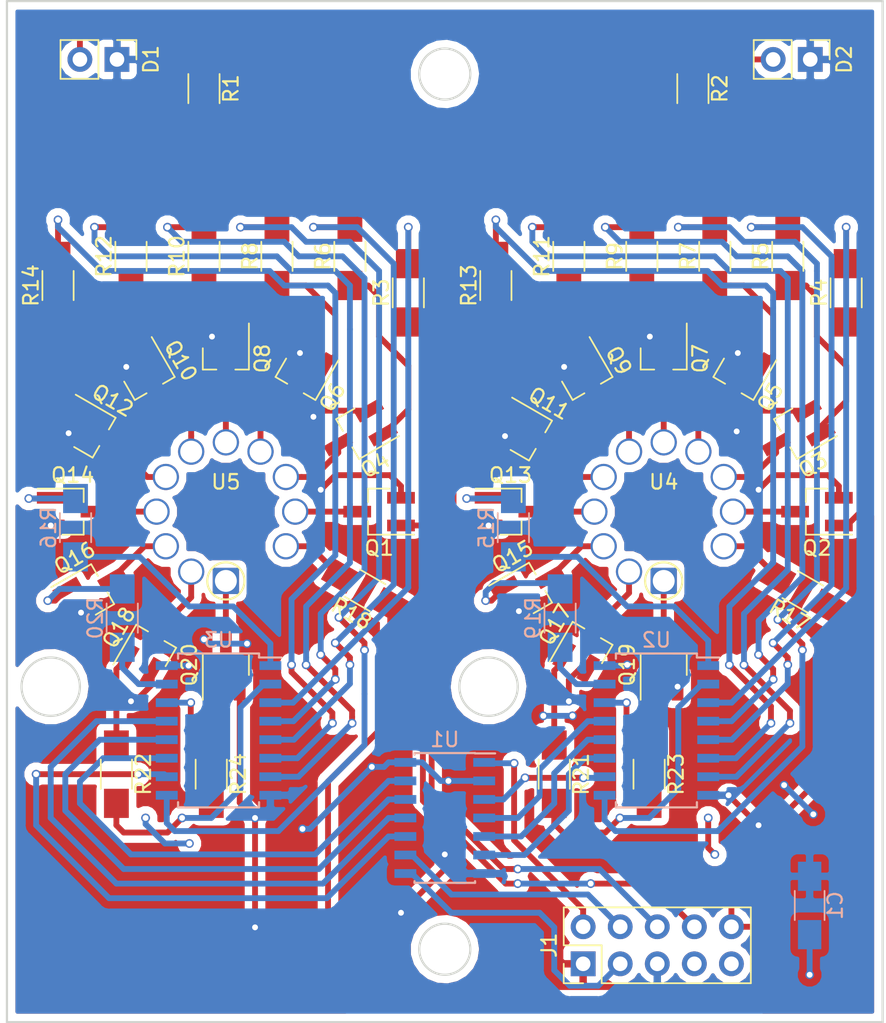
<source format=kicad_pcb>
(kicad_pcb (version 20171130) (host pcbnew "(5.0.0-rc2-dev-756-g45dad4ded)")
  (layers (0 F.Cu signal) (31 B.Cu signal) (34 B.Paste user) (35 F.Paste user) (36 B.SilkS user) (37 F.SilkS user) (38 B.Mask user) (39 F.Mask user) (44 Edge.Cuts user))
  (net 0 "")
  (net 1 +5V)
  (net 2 GND)
  (net 3 "Net-(D1-Pad2)")
  (net 4 "Net-(D2-Pad2)")
  (net 5 DATA)
  (net 6 CLK)
  (net 7 ~CLR)
  (net 8 DIG_2_DEC)
  (net 9 "Net-(J1-Pad7)")
  (net 10 DIG_1_DEC)
  (net 11 "Net-(J1-Pad9)")
  (net 12 +170VDC)
  (net 13 "Net-(Q1-Pad1)")
  (net 14 "Net-(Q1-Pad3)")
  (net 15 "Net-(Q2-Pad1)")
  (net 16 "Net-(Q2-Pad3)")
  (net 17 "Net-(Q3-Pad1)")
  (net 18 "Net-(Q3-Pad3)")
  (net 19 "Net-(Q4-Pad1)")
  (net 20 "Net-(Q4-Pad3)")
  (net 21 "Net-(Q5-Pad1)")
  (net 22 "Net-(Q5-Pad3)")
  (net 23 "Net-(Q6-Pad1)")
  (net 24 "Net-(Q6-Pad3)")
  (net 25 "Net-(Q7-Pad1)")
  (net 26 "Net-(Q7-Pad3)")
  (net 27 "Net-(Q8-Pad1)")
  (net 28 "Net-(Q8-Pad3)")
  (net 29 "Net-(Q9-Pad1)")
  (net 30 "Net-(Q9-Pad3)")
  (net 31 "Net-(Q10-Pad1)")
  (net 32 "Net-(Q10-Pad3)")
  (net 33 "Net-(Q11-Pad1)")
  (net 34 "Net-(Q11-Pad3)")
  (net 35 "Net-(Q12-Pad1)")
  (net 36 "Net-(Q12-Pad3)")
  (net 37 "Net-(Q13-Pad1)")
  (net 38 "Net-(Q13-Pad3)")
  (net 39 "Net-(Q14-Pad1)")
  (net 40 "Net-(Q14-Pad3)")
  (net 41 "Net-(Q15-Pad1)")
  (net 42 "Net-(Q15-Pad3)")
  (net 43 "Net-(Q16-Pad1)")
  (net 44 "Net-(Q16-Pad3)")
  (net 45 "Net-(Q17-Pad1)")
  (net 46 "Net-(Q17-Pad3)")
  (net 47 "Net-(Q18-Pad1)")
  (net 48 "Net-(Q18-Pad3)")
  (net 49 "Net-(Q19-Pad1)")
  (net 50 "Net-(Q19-Pad3)")
  (net 51 "Net-(Q20-Pad1)")
  (net 52 "Net-(Q20-Pad3)")
  (net 53 "Net-(R3-Pad2)")
  (net 54 "Net-(R4-Pad2)")
  (net 55 "Net-(R5-Pad2)")
  (net 56 "Net-(R6-Pad2)")
  (net 57 "Net-(R7-Pad2)")
  (net 58 "Net-(R8-Pad2)")
  (net 59 "Net-(R9-Pad2)")
  (net 60 "Net-(R10-Pad2)")
  (net 61 "Net-(R11-Pad2)")
  (net 62 "Net-(R12-Pad2)")
  (net 63 "Net-(R13-Pad2)")
  (net 64 "Net-(R14-Pad2)")
  (net 65 "Net-(R15-Pad2)")
  (net 66 "Net-(R16-Pad2)")
  (net 67 "Net-(R17-Pad2)")
  (net 68 "Net-(R18-Pad2)")
  (net 69 "Net-(R19-Pad2)")
  (net 70 "Net-(R20-Pad2)")
  (net 71 "Net-(R21-Pad2)")
  (net 72 "Net-(R22-Pad2)")
  (net 73 "Net-(R23-Pad2)")
  (net 74 "Net-(R24-Pad2)")
  (net 75 "Net-(U1-Pad3)")
  (net 76 "Net-(U1-Pad4)")
  (net 77 "Net-(U1-Pad5)")
  (net 78 "Net-(U1-Pad6)")
  (net 79 "Net-(U1-Pad10)")
  (net 80 "Net-(U1-Pad11)")
  (net 81 "Net-(U1-Pad12)")
  (net 82 "Net-(U1-Pad13)")
  (module Mounting_Holes:MountingHole_3.2mm_M3 (layer F.Cu) (at 158 103)
    (fp_text reference REF** hide)
    (fp_text value MountingHole_3.2mm_M3 hide)
    (pad 1 np_thru_hole circle (at 0 0) (size 3.2 3.2) (drill 3.2) (layers *.Cu *.Mask))
  )
  (module Mounting_Holes:MountingHole_3.2mm_M3 (layer F.Cu) (at 128 103)
    (fp_text reference REF** hide)
    (fp_text value MountingHole_3.2mm_M3 hide)
    (pad 1 np_thru_hole circle (at 0 0) (size 3.2 3.2) (drill 3.2) (layers *.Cu *.Mask))
  )
  (module Mounting_Holes:MountingHole_3.2mm_M3 (layer F.Cu) (at 155 121)
    (fp_text reference REF** hide)
    (fp_text value MountingHole_3.2mm_M3 hide)
    (pad 1 np_thru_hole circle (at 0 0) (size 3.2 3.2) (drill 3.2) (layers *.Cu *.Mask))
  )
  (module Capacitors_SMD:C_1206_HandSoldering (layer B.Cu) (at 180 118 90)
    (fp_text reference C1 (at 0 1.75 90) (layer B.SilkS) (effects (justify mirror)))
    (fp_text value 0.1uF)
    (pad 1 smd rect (at -2 0 90) (size 2 1.6) (layers B.Cu B.Paste B.Mask) (net 1 +5V))
    (pad 2 smd rect (at 2 0 90) (size 2 1.6) (layers B.Cu B.Paste B.Mask) (net 2 GND))
  )
  (module Pin_Headers:Pin_Header_Straight_2x05_Pitch2.54mm (layer F.Cu) (at 164.48 122 90)
    (fp_text reference J1 (at 1.27 -2.33 90) (layer F.SilkS))
    (fp_text value Conn_02x05_Counter_Clockwise hide)
    (pad 1 thru_hole rect (at 0 0 90) (size 1.7 1.7) (drill 1) (layers *.Cu *.Mask) (net 1 +5V))
    (pad 2 thru_hole oval (at 2.54 0 90) (size 1.7 1.7) (drill 1) (layers *.Cu *.Mask) (net 5 DATA))
    (pad 3 thru_hole oval (at 0 2.54 90) (size 1.7 1.7) (drill 1) (layers *.Cu *.Mask) (net 6 CLK))
    (pad 4 thru_hole oval (at 2.54 2.54 90) (size 1.7 1.7) (drill 1) (layers *.Cu *.Mask) (net 7 ~CLR))
    (pad 5 thru_hole oval (at 0 5.08 90) (size 1.7 1.7) (drill 1) (layers *.Cu *.Mask) (net 2 GND))
    (pad 6 thru_hole oval (at 2.54 5.08 90) (size 1.7 1.7) (drill 1) (layers *.Cu *.Mask) (net 8 DIG_2_DEC))
    (pad 7 thru_hole oval (at 0 7.62 90) (size 1.7 1.7) (drill 1) (layers *.Cu *.Mask) (net 9 "Net-(J1-Pad7)"))
    (pad 8 thru_hole oval (at 2.54 7.62 90) (size 1.7 1.7) (drill 1) (layers *.Cu *.Mask) (net 10 DIG_1_DEC))
    (pad 9 thru_hole oval (at 0 10.16 90) (size 1.7 1.7) (drill 1) (layers *.Cu *.Mask) (net 11 "Net-(J1-Pad9)"))
    (pad 10 thru_hole oval (at 2.54 10.16 90) (size 1.7 1.7) (drill 1) (layers *.Cu *.Mask) (net 12 +170VDC))
  )
  (module TO_SOT_Packages_SMD:SOT-23_Handsoldering (layer F.Cu) (at 150.5 91 180)
    (fp_text reference Q1 (at 0 -2.5 180) (layer F.SilkS))
    (fp_text value MMBTA42L)
    (pad 1 smd rect (at -1.5 -0.95 180) (size 1.9 0.8) (layers F.Cu F.Paste F.Mask) (net 13 "Net-(Q1-Pad1)"))
    (pad 2 smd rect (at -1.5 0.95 180) (size 1.9 0.8) (layers F.Cu F.Paste F.Mask) (net 2 GND))
    (pad 3 smd rect (at 1.5 0 180) (size 1.9 0.8) (layers F.Cu F.Paste F.Mask) (net 14 "Net-(Q1-Pad3)"))
  )
  (module TO_SOT_Packages_SMD:SOT-23_Handsoldering (layer F.Cu) (at 180.5 91 180)
    (fp_text reference Q2 (at 0 -2.5 180) (layer F.SilkS))
    (fp_text value MMBTA42L)
    (pad 1 smd rect (at -1.5 -0.95 180) (size 1.9 0.8) (layers F.Cu F.Paste F.Mask) (net 15 "Net-(Q2-Pad1)"))
    (pad 2 smd rect (at -1.5 0.95 180) (size 1.9 0.8) (layers F.Cu F.Paste F.Mask) (net 2 GND))
    (pad 3 smd rect (at 1.5 0 180) (size 1.9 0.8) (layers F.Cu F.Paste F.Mask) (net 16 "Net-(Q2-Pad3)"))
  )
  (module TO_SOT_Packages_SMD:SOT-23_Handsoldering (layer F.Cu) (at 178.999038 85.65 210)
    (fp_text reference Q3 (at 0 -2.5 210) (layer F.SilkS))
    (fp_text value MMBTA42L)
    (pad 1 smd rect (at -1.5 -0.95 210) (size 1.9 0.8) (layers F.Cu F.Paste F.Mask) (net 17 "Net-(Q3-Pad1)"))
    (pad 2 smd rect (at -1.5 0.95 210) (size 1.9 0.8) (layers F.Cu F.Paste F.Mask) (net 2 GND))
    (pad 3 smd rect (at 1.5 0 210) (size 1.9 0.8) (layers F.Cu F.Paste F.Mask) (net 18 "Net-(Q3-Pad3)"))
  )
  (module TO_SOT_Packages_SMD:SOT-23_Handsoldering (layer F.Cu) (at 148.999038 85.65 210)
    (fp_text reference Q4 (at 0 -2.5 210) (layer F.SilkS))
    (fp_text value MMBTA42L)
    (pad 1 smd rect (at -1.5 -0.95 210) (size 1.9 0.8) (layers F.Cu F.Paste F.Mask) (net 19 "Net-(Q4-Pad1)"))
    (pad 2 smd rect (at -1.5 0.95 210) (size 1.9 0.8) (layers F.Cu F.Paste F.Mask) (net 2 GND))
    (pad 3 smd rect (at 1.5 0 210) (size 1.9 0.8) (layers F.Cu F.Paste F.Mask) (net 20 "Net-(Q4-Pad3)"))
  )
  (module TO_SOT_Packages_SMD:SOT-23_Handsoldering (layer F.Cu) (at 175.15 81.900962 240)
    (fp_text reference Q5 (at 0 -2.5 240) (layer F.SilkS))
    (fp_text value MMBTA42L)
    (pad 1 smd rect (at -1.5 -0.95 240) (size 1.9 0.8) (layers F.Cu F.Paste F.Mask) (net 21 "Net-(Q5-Pad1)"))
    (pad 2 smd rect (at -1.5 0.95 240) (size 1.9 0.8) (layers F.Cu F.Paste F.Mask) (net 2 GND))
    (pad 3 smd rect (at 1.5 0 240) (size 1.9 0.8) (layers F.Cu F.Paste F.Mask) (net 22 "Net-(Q5-Pad3)"))
  )
  (module TO_SOT_Packages_SMD:SOT-23_Handsoldering (layer F.Cu) (at 145.15 81.900962 240)
    (fp_text reference Q6 (at 0 -2.5 240) (layer F.SilkS))
    (fp_text value MMBTA42L)
    (pad 1 smd rect (at -1.5 -0.95 240) (size 1.9 0.8) (layers F.Cu F.Paste F.Mask) (net 23 "Net-(Q6-Pad1)"))
    (pad 2 smd rect (at -1.5 0.95 240) (size 1.9 0.8) (layers F.Cu F.Paste F.Mask) (net 2 GND))
    (pad 3 smd rect (at 1.5 0 240) (size 1.9 0.8) (layers F.Cu F.Paste F.Mask) (net 24 "Net-(Q6-Pad3)"))
  )
  (module TO_SOT_Packages_SMD:SOT-23_Handsoldering (layer F.Cu) (at 170 80.5 270)
    (fp_text reference Q7 (at 0 -2.5 270) (layer F.SilkS))
    (fp_text value MMBTA42L)
    (pad 1 smd rect (at -1.5 -0.95 270) (size 1.9 0.8) (layers F.Cu F.Paste F.Mask) (net 25 "Net-(Q7-Pad1)"))
    (pad 2 smd rect (at -1.5 0.95 270) (size 1.9 0.8) (layers F.Cu F.Paste F.Mask) (net 2 GND))
    (pad 3 smd rect (at 1.5 0 270) (size 1.9 0.8) (layers F.Cu F.Paste F.Mask) (net 26 "Net-(Q7-Pad3)"))
  )
  (module TO_SOT_Packages_SMD:SOT-23_Handsoldering (layer F.Cu) (at 140 80.5 270)
    (fp_text reference Q8 (at 0 -2.5 270) (layer F.SilkS))
    (fp_text value MMBTA42L)
    (pad 1 smd rect (at -1.5 -0.95 270) (size 1.9 0.8) (layers F.Cu F.Paste F.Mask) (net 27 "Net-(Q8-Pad1)"))
    (pad 2 smd rect (at -1.5 0.95 270) (size 1.9 0.8) (layers F.Cu F.Paste F.Mask) (net 2 GND))
    (pad 3 smd rect (at 1.5 0 270) (size 1.9 0.8) (layers F.Cu F.Paste F.Mask) (net 28 "Net-(Q8-Pad3)"))
  )
  (module TO_SOT_Packages_SMD:SOT-23_Handsoldering (layer F.Cu) (at 164.75 81.900962 300)
    (fp_text reference Q9 (at 0 -2.5 300) (layer F.SilkS))
    (fp_text value MMBTA42L)
    (pad 1 smd rect (at -1.5 -0.95 300) (size 1.9 0.8) (layers F.Cu F.Paste F.Mask) (net 29 "Net-(Q9-Pad1)"))
    (pad 2 smd rect (at -1.5 0.95 300) (size 1.9 0.8) (layers F.Cu F.Paste F.Mask) (net 2 GND))
    (pad 3 smd rect (at 1.5 0 300) (size 1.9 0.8) (layers F.Cu F.Paste F.Mask) (net 30 "Net-(Q9-Pad3)"))
  )
  (module TO_SOT_Packages_SMD:SOT-23_Handsoldering (layer F.Cu) (at 134.75 81.900962 300)
    (fp_text reference Q10 (at 0 -2.5 300) (layer F.SilkS))
    (fp_text value MMBTA42L)
    (pad 1 smd rect (at -1.5 -0.95 300) (size 1.9 0.8) (layers F.Cu F.Paste F.Mask) (net 31 "Net-(Q10-Pad1)"))
    (pad 2 smd rect (at -1.5 0.95 300) (size 1.9 0.8) (layers F.Cu F.Paste F.Mask) (net 2 GND))
    (pad 3 smd rect (at 1.5 0 300) (size 1.9 0.8) (layers F.Cu F.Paste F.Mask) (net 32 "Net-(Q10-Pad3)"))
  )
  (module TO_SOT_Packages_SMD:SOT-23_Handsoldering (layer F.Cu) (at 160.900962 85.75 330)
    (fp_text reference Q11 (at 0 -2.5 330) (layer F.SilkS))
    (fp_text value MMBTA42L)
    (pad 1 smd rect (at -1.5 -0.95 330) (size 1.9 0.8) (layers F.Cu F.Paste F.Mask) (net 33 "Net-(Q11-Pad1)"))
    (pad 2 smd rect (at -1.5 0.95 330) (size 1.9 0.8) (layers F.Cu F.Paste F.Mask) (net 2 GND))
    (pad 3 smd rect (at 1.5 0 330) (size 1.9 0.8) (layers F.Cu F.Paste F.Mask) (net 34 "Net-(Q11-Pad3)"))
  )
  (module TO_SOT_Packages_SMD:SOT-23_Handsoldering (layer F.Cu) (at 131.000962 85.55 330)
    (fp_text reference Q12 (at 0 -2.5 330) (layer F.SilkS))
    (fp_text value MMBTA42L)
    (pad 1 smd rect (at -1.5 -0.95 330) (size 1.9 0.8) (layers F.Cu F.Paste F.Mask) (net 35 "Net-(Q12-Pad1)"))
    (pad 2 smd rect (at -1.5 0.95 330) (size 1.9 0.8) (layers F.Cu F.Paste F.Mask) (net 2 GND))
    (pad 3 smd rect (at 1.5 0 330) (size 1.9 0.8) (layers F.Cu F.Paste F.Mask) (net 36 "Net-(Q12-Pad3)"))
  )
  (module TO_SOT_Packages_SMD:SOT-23_Handsoldering (layer F.Cu) (at 159.5 91)
    (fp_text reference Q13 (at 0 -2.5) (layer F.SilkS))
    (fp_text value MMBTA42L)
    (pad 1 smd rect (at -1.5 -0.95) (size 1.9 0.8) (layers F.Cu F.Paste F.Mask) (net 37 "Net-(Q13-Pad1)"))
    (pad 2 smd rect (at -1.5 0.95) (size 1.9 0.8) (layers F.Cu F.Paste F.Mask) (net 2 GND))
    (pad 3 smd rect (at 1.5 0) (size 1.9 0.8) (layers F.Cu F.Paste F.Mask) (net 38 "Net-(Q13-Pad3)"))
  )
  (module TO_SOT_Packages_SMD:SOT-23_Handsoldering (layer F.Cu) (at 129.5 91)
    (fp_text reference Q14 (at 0 -2.5) (layer F.SilkS))
    (fp_text value MMBTA42L)
    (pad 1 smd rect (at -1.5 -0.95) (size 1.9 0.8) (layers F.Cu F.Paste F.Mask) (net 39 "Net-(Q14-Pad1)"))
    (pad 2 smd rect (at -1.5 0.95) (size 1.9 0.8) (layers F.Cu F.Paste F.Mask) (net 2 GND))
    (pad 3 smd rect (at 1.5 0) (size 1.9 0.8) (layers F.Cu F.Paste F.Mask) (net 40 "Net-(Q14-Pad3)"))
  )
  (module TO_SOT_Packages_SMD:SOT-23_Handsoldering (layer F.Cu) (at 160.900962 96.25 30)
    (fp_text reference Q15 (at 0 -2.5 30) (layer F.SilkS))
    (fp_text value MMBTA42L)
    (pad 1 smd rect (at -1.5 -0.95 30) (size 1.9 0.8) (layers F.Cu F.Paste F.Mask) (net 41 "Net-(Q15-Pad1)"))
    (pad 2 smd rect (at -1.5 0.95 30) (size 1.9 0.8) (layers F.Cu F.Paste F.Mask) (net 2 GND))
    (pad 3 smd rect (at 1.5 0 30) (size 1.9 0.8) (layers F.Cu F.Paste F.Mask) (net 42 "Net-(Q15-Pad3)"))
  )
  (module TO_SOT_Packages_SMD:SOT-23_Handsoldering (layer F.Cu) (at 130.900962 96.35 30)
    (fp_text reference Q16 (at 0 -2.5 30) (layer F.SilkS))
    (fp_text value MMBTA42L)
    (pad 1 smd rect (at -1.5 -0.95 30) (size 1.9 0.8) (layers F.Cu F.Paste F.Mask) (net 43 "Net-(Q16-Pad1)"))
    (pad 2 smd rect (at -1.5 0.95 30) (size 1.9 0.8) (layers F.Cu F.Paste F.Mask) (net 2 GND))
    (pad 3 smd rect (at 1.5 0 30) (size 1.9 0.8) (layers F.Cu F.Paste F.Mask) (net 44 "Net-(Q16-Pad3)"))
  )
  (module TO_SOT_Packages_SMD:SOT-23_Handsoldering (layer F.Cu) (at 164.75 100 60)
    (fp_text reference Q17 (at 0 -2.5 60) (layer F.SilkS))
    (fp_text value MMBTA42L)
    (pad 1 smd rect (at -1.5 -0.95 60) (size 1.9 0.8) (layers F.Cu F.Paste F.Mask) (net 45 "Net-(Q17-Pad1)"))
    (pad 2 smd rect (at -1.5 0.95 60) (size 1.9 0.8) (layers F.Cu F.Paste F.Mask) (net 2 GND))
    (pad 3 smd rect (at 1.5 0 60) (size 1.9 0.8) (layers F.Cu F.Paste F.Mask) (net 46 "Net-(Q17-Pad3)"))
  )
  (module TO_SOT_Packages_SMD:SOT-23_Handsoldering (layer F.Cu) (at 134.85 100.199038 60)
    (fp_text reference Q18 (at 0 -2.5 60) (layer F.SilkS))
    (fp_text value MMBTA42L)
    (pad 1 smd rect (at -1.5 -0.95 60) (size 1.9 0.8) (layers F.Cu F.Paste F.Mask) (net 47 "Net-(Q18-Pad1)"))
    (pad 2 smd rect (at -1.5 0.95 60) (size 1.9 0.8) (layers F.Cu F.Paste F.Mask) (net 2 GND))
    (pad 3 smd rect (at 1.5 0 60) (size 1.9 0.8) (layers F.Cu F.Paste F.Mask) (net 48 "Net-(Q18-Pad3)"))
  )
  (module TO_SOT_Packages_SMD:SOT-23_Handsoldering (layer F.Cu) (at 170 101.5 90)
    (fp_text reference Q19 (at 0 -2.5 90) (layer F.SilkS))
    (fp_text value MMBTA42L)
    (pad 1 smd rect (at -1.5 -0.95 90) (size 1.9 0.8) (layers F.Cu F.Paste F.Mask) (net 49 "Net-(Q19-Pad1)"))
    (pad 2 smd rect (at -1.5 0.95 90) (size 1.9 0.8) (layers F.Cu F.Paste F.Mask) (net 2 GND))
    (pad 3 smd rect (at 1.5 0 90) (size 1.9 0.8) (layers F.Cu F.Paste F.Mask) (net 50 "Net-(Q19-Pad3)"))
  )
  (module TO_SOT_Packages_SMD:SOT-23_Handsoldering (layer F.Cu) (at 140 101.5 90)
    (fp_text reference Q20 (at 0 -2.5 90) (layer F.SilkS))
    (fp_text value MMBTA42L)
    (pad 1 smd rect (at -1.5 -0.95 90) (size 1.9 0.8) (layers F.Cu F.Paste F.Mask) (net 51 "Net-(Q20-Pad1)"))
    (pad 2 smd rect (at -1.5 0.95 90) (size 1.9 0.8) (layers F.Cu F.Paste F.Mask) (net 2 GND))
    (pad 3 smd rect (at 1.5 0 90) (size 1.9 0.8) (layers F.Cu F.Paste F.Mask) (net 52 "Net-(Q20-Pad3)"))
  )
  (module Resistors_SMD:R_1206_HandSoldering (layer F.Cu) (at 138.5 62 270)
    (fp_text reference R1 (at 0 -1.85 270) (layer F.SilkS))
    (fp_text value 200)
    (pad 1 smd rect (at -2 0 270) (size 2 1.7) (layers F.Cu F.Paste F.Mask) (net 3 "Net-(D1-Pad2)"))
    (pad 2 smd rect (at 2 0 270) (size 2 1.7) (layers F.Cu F.Paste F.Mask) (net 10 DIG_1_DEC))
  )
  (module Resistors_SMD:R_1206_HandSoldering (layer F.Cu) (at 172 62 270)
    (fp_text reference R2 (at 0 -1.85 270) (layer F.SilkS))
    (fp_text value 200)
    (pad 1 smd rect (at -2 0 270) (size 2 1.7) (layers F.Cu F.Paste F.Mask) (net 4 "Net-(D2-Pad2)"))
    (pad 2 smd rect (at 2 0 270) (size 2 1.7) (layers F.Cu F.Paste F.Mask) (net 8 DIG_2_DEC))
  )
  (module Resistors_SMD:R_1206_HandSoldering (layer F.Cu) (at 152.5 76 90)
    (fp_text reference R3 (at 0 -1.85 90) (layer F.SilkS))
    (fp_text value 15k)
    (pad 1 smd rect (at -2 0 90) (size 2 1.7) (layers F.Cu F.Paste F.Mask) (net 13 "Net-(Q1-Pad1)"))
    (pad 2 smd rect (at 2 0 90) (size 2 1.7) (layers F.Cu F.Paste F.Mask) (net 53 "Net-(R3-Pad2)"))
  )
  (module Resistors_SMD:R_1206_HandSoldering (layer F.Cu) (at 182.5 76 90)
    (fp_text reference R4 (at 0 -1.85 90) (layer F.SilkS))
    (fp_text value 15k)
    (pad 1 smd rect (at -2 0 90) (size 2 1.7) (layers F.Cu F.Paste F.Mask) (net 15 "Net-(Q2-Pad1)"))
    (pad 2 smd rect (at 2 0 90) (size 2 1.7) (layers F.Cu F.Paste F.Mask) (net 54 "Net-(R4-Pad2)"))
  )
  (module Resistors_SMD:R_1206_HandSoldering (layer F.Cu) (at 178.5 73.5 90)
    (fp_text reference R5 (at 0 -1.85 90) (layer F.SilkS))
    (fp_text value 15k)
    (pad 1 smd rect (at -2 0 90) (size 2 1.7) (layers F.Cu F.Paste F.Mask) (net 17 "Net-(Q3-Pad1)"))
    (pad 2 smd rect (at 2 0 90) (size 2 1.7) (layers F.Cu F.Paste F.Mask) (net 55 "Net-(R5-Pad2)"))
  )
  (module Resistors_SMD:R_1206_HandSoldering (layer F.Cu) (at 148.5 73.5 90)
    (fp_text reference R6 (at 0 -1.85 90) (layer F.SilkS))
    (fp_text value 15k)
    (pad 1 smd rect (at -2 0 90) (size 2 1.7) (layers F.Cu F.Paste F.Mask) (net 19 "Net-(Q4-Pad1)"))
    (pad 2 smd rect (at 2 0 90) (size 2 1.7) (layers F.Cu F.Paste F.Mask) (net 56 "Net-(R6-Pad2)"))
  )
  (module Resistors_SMD:R_1206_HandSoldering (layer F.Cu) (at 173.5 73.5 90)
    (fp_text reference R7 (at 0 -1.85 90) (layer F.SilkS))
    (fp_text value 15k)
    (pad 1 smd rect (at -2 0 90) (size 2 1.7) (layers F.Cu F.Paste F.Mask) (net 21 "Net-(Q5-Pad1)"))
    (pad 2 smd rect (at 2 0 90) (size 2 1.7) (layers F.Cu F.Paste F.Mask) (net 57 "Net-(R7-Pad2)"))
  )
  (module Resistors_SMD:R_1206_HandSoldering (layer F.Cu) (at 143.5 73.5 90)
    (fp_text reference R8 (at 0 -1.85 90) (layer F.SilkS))
    (fp_text value 15k)
    (pad 1 smd rect (at -2 0 90) (size 2 1.7) (layers F.Cu F.Paste F.Mask) (net 23 "Net-(Q6-Pad1)"))
    (pad 2 smd rect (at 2 0 90) (size 2 1.7) (layers F.Cu F.Paste F.Mask) (net 58 "Net-(R8-Pad2)"))
  )
  (module Resistors_SMD:R_1206_HandSoldering (layer F.Cu) (at 168.5 73.5 90)
    (fp_text reference R9 (at 0 -1.85 90) (layer F.SilkS))
    (fp_text value 15k)
    (pad 1 smd rect (at -2 0 90) (size 2 1.7) (layers F.Cu F.Paste F.Mask) (net 25 "Net-(Q7-Pad1)"))
    (pad 2 smd rect (at 2 0 90) (size 2 1.7) (layers F.Cu F.Paste F.Mask) (net 59 "Net-(R9-Pad2)"))
  )
  (module Resistors_SMD:R_1206_HandSoldering (layer F.Cu) (at 138.5 73.5 90)
    (fp_text reference R10 (at 0 -1.85 90) (layer F.SilkS))
    (fp_text value 15k)
    (pad 1 smd rect (at -2 0 90) (size 2 1.7) (layers F.Cu F.Paste F.Mask) (net 27 "Net-(Q8-Pad1)"))
    (pad 2 smd rect (at 2 0 90) (size 2 1.7) (layers F.Cu F.Paste F.Mask) (net 60 "Net-(R10-Pad2)"))
  )
  (module Resistors_SMD:R_1206_HandSoldering (layer F.Cu) (at 163.5 73.5 90)
    (fp_text reference R11 (at 0 -1.85 90) (layer F.SilkS))
    (fp_text value 15k)
    (pad 1 smd rect (at -2 0 90) (size 2 1.7) (layers F.Cu F.Paste F.Mask) (net 29 "Net-(Q9-Pad1)"))
    (pad 2 smd rect (at 2 0 90) (size 2 1.7) (layers F.Cu F.Paste F.Mask) (net 61 "Net-(R11-Pad2)"))
  )
  (module Resistors_SMD:R_1206_HandSoldering (layer F.Cu) (at 133.5 73.5 90)
    (fp_text reference R12 (at 0 -1.85 90) (layer F.SilkS))
    (fp_text value 15k)
    (pad 1 smd rect (at -2 0 90) (size 2 1.7) (layers F.Cu F.Paste F.Mask) (net 31 "Net-(Q10-Pad1)"))
    (pad 2 smd rect (at 2 0 90) (size 2 1.7) (layers F.Cu F.Paste F.Mask) (net 62 "Net-(R12-Pad2)"))
  )
  (module Resistors_SMD:R_1206_HandSoldering (layer F.Cu) (at 158.5 75.5 90)
    (fp_text reference R13 (at 0 -1.85 90) (layer F.SilkS))
    (fp_text value 15k)
    (pad 1 smd rect (at -2 0 90) (size 2 1.7) (layers F.Cu F.Paste F.Mask) (net 33 "Net-(Q11-Pad1)"))
    (pad 2 smd rect (at 2 0 90) (size 2 1.7) (layers F.Cu F.Paste F.Mask) (net 63 "Net-(R13-Pad2)"))
  )
  (module Resistors_SMD:R_1206_HandSoldering (layer F.Cu) (at 128.5 75.5 90)
    (fp_text reference R14 (at 0 -1.85 90) (layer F.SilkS))
    (fp_text value 15k)
    (pad 1 smd rect (at -2 0 90) (size 2 1.7) (layers F.Cu F.Paste F.Mask) (net 35 "Net-(Q12-Pad1)"))
    (pad 2 smd rect (at 2 0 90) (size 2 1.7) (layers F.Cu F.Paste F.Mask) (net 64 "Net-(R14-Pad2)"))
  )
  (module Resistors_SMD:R_1206_HandSoldering (layer B.Cu) (at 159.7 92.1 270)
    (fp_text reference R15 (at 0 1.85 270) (layer B.SilkS) (effects (justify mirror)))
    (fp_text value 15k)
    (pad 1 smd rect (at -2 0 270) (size 2 1.7) (layers B.Cu B.Paste B.Mask) (net 37 "Net-(Q13-Pad1)"))
    (pad 2 smd rect (at 2 0 270) (size 2 1.7) (layers B.Cu B.Paste B.Mask) (net 65 "Net-(R15-Pad2)"))
  )
  (module Resistors_SMD:R_1206_HandSoldering (layer B.Cu) (at 129.7 92.1 270)
    (fp_text reference R16 (at 0 1.85 270) (layer B.SilkS) (effects (justify mirror)))
    (fp_text value 15k)
    (pad 1 smd rect (at -2 0 270) (size 2 1.7) (layers B.Cu B.Paste B.Mask) (net 39 "Net-(Q14-Pad1)"))
    (pad 2 smd rect (at 2 0 270) (size 2 1.7) (layers B.Cu B.Paste B.Mask) (net 66 "Net-(R16-Pad2)"))
  )
  (module Resistors_SMD:R_1206_HandSoldering (layer F.Cu) (at 179.532051 96.5 150)
    (fp_text reference R17 (at 0 -1.85 150) (layer F.SilkS))
    (fp_text value 22k)
    (pad 1 smd rect (at -2 0 150) (size 2 1.7) (layers F.Cu F.Paste F.Mask) (net 12 +170VDC))
    (pad 2 smd rect (at 2 0 150) (size 2 1.7) (layers F.Cu F.Paste F.Mask) (net 67 "Net-(R17-Pad2)"))
  )
  (module Resistors_SMD:R_1206_HandSoldering (layer F.Cu) (at 149.532051 96.4 150)
    (fp_text reference R18 (at 0 -1.85 150) (layer F.SilkS))
    (fp_text value 22k)
    (pad 1 smd rect (at -2 0 150) (size 2 1.7) (layers F.Cu F.Paste F.Mask) (net 12 +170VDC))
    (pad 2 smd rect (at 2 0 150) (size 2 1.7) (layers F.Cu F.Paste F.Mask) (net 68 "Net-(R18-Pad2)"))
  )
  (module Resistors_SMD:R_1206_HandSoldering (layer B.Cu) (at 162.9 98.3 270)
    (fp_text reference R19 (at 0 1.85 270) (layer B.SilkS) (effects (justify mirror)))
    (fp_text value 15k)
    (pad 1 smd rect (at -2 0 270) (size 2 1.7) (layers B.Cu B.Paste B.Mask) (net 41 "Net-(Q15-Pad1)"))
    (pad 2 smd rect (at 2 0 270) (size 2 1.7) (layers B.Cu B.Paste B.Mask) (net 69 "Net-(R19-Pad2)"))
  )
  (module Resistors_SMD:R_1206_HandSoldering (layer B.Cu) (at 132.9 98.3 270)
    (fp_text reference R20 (at 0 1.85 270) (layer B.SilkS) (effects (justify mirror)))
    (fp_text value 15k)
    (pad 1 smd rect (at -2 0 270) (size 2 1.7) (layers B.Cu B.Paste B.Mask) (net 43 "Net-(Q16-Pad1)"))
    (pad 2 smd rect (at 2 0 270) (size 2 1.7) (layers B.Cu B.Paste B.Mask) (net 70 "Net-(R20-Pad2)"))
  )
  (module Resistors_SMD:R_1206_HandSoldering (layer F.Cu) (at 162.5 109 270)
    (fp_text reference R21 (at 0 -1.85 270) (layer F.SilkS))
    (fp_text value 15k)
    (pad 1 smd rect (at -2 0 270) (size 2 1.7) (layers F.Cu F.Paste F.Mask) (net 45 "Net-(Q17-Pad1)"))
    (pad 2 smd rect (at 2 0 270) (size 2 1.7) (layers F.Cu F.Paste F.Mask) (net 71 "Net-(R21-Pad2)"))
  )
  (module Resistors_SMD:R_1206_HandSoldering (layer F.Cu) (at 132.5 109 270)
    (fp_text reference R22 (at 0 -1.85 270) (layer F.SilkS))
    (fp_text value 15k)
    (pad 1 smd rect (at -2 0 270) (size 2 1.7) (layers F.Cu F.Paste F.Mask) (net 47 "Net-(Q18-Pad1)"))
    (pad 2 smd rect (at 2 0 270) (size 2 1.7) (layers F.Cu F.Paste F.Mask) (net 72 "Net-(R22-Pad2)"))
  )
  (module Resistors_SMD:R_1206_HandSoldering (layer F.Cu) (at 169 109 270)
    (fp_text reference R23 (at 0 -1.85 270) (layer F.SilkS))
    (fp_text value 15k)
    (pad 1 smd rect (at -2 0 270) (size 2 1.7) (layers F.Cu F.Paste F.Mask) (net 49 "Net-(Q19-Pad1)"))
    (pad 2 smd rect (at 2 0 270) (size 2 1.7) (layers F.Cu F.Paste F.Mask) (net 73 "Net-(R23-Pad2)"))
  )
  (module Resistors_SMD:R_1206_HandSoldering (layer F.Cu) (at 139 109 270)
    (fp_text reference R24 (at 0 -1.85 270) (layer F.SilkS))
    (fp_text value 15k)
    (pad 1 smd rect (at -2 0 270) (size 2 1.7) (layers F.Cu F.Paste F.Mask) (net 51 "Net-(Q20-Pad1)"))
    (pad 2 smd rect (at 2 0 270) (size 2 1.7) (layers F.Cu F.Paste F.Mask) (net 74 "Net-(R24-Pad2)"))
  )
  (module Housings_SOIC:SOIC-14_3.9x8.7mm_Pitch1.27mm (layer B.Cu) (at 155 112 180)
    (fp_text reference U1 (at 0 5.375 180) (layer B.SilkS) (effects (justify mirror)))
    (fp_text value 74HC164)
    (pad 1 smd rect (at -2.7 3.81 180) (size 1.5 0.6) (layers B.Cu B.Paste B.Mask) (net 5 DATA))
    (pad 2 smd rect (at -2.7 2.54 180) (size 1.5 0.6) (layers B.Cu B.Paste B.Mask) (net 1 +5V))
    (pad 3 smd rect (at -2.7 1.27 180) (size 1.5 0.6) (layers B.Cu B.Paste B.Mask) (net 75 "Net-(U1-Pad3)"))
    (pad 4 smd rect (at -2.7 0 180) (size 1.5 0.6) (layers B.Cu B.Paste B.Mask) (net 76 "Net-(U1-Pad4)"))
    (pad 5 smd rect (at -2.7 -1.27 180) (size 1.5 0.6) (layers B.Cu B.Paste B.Mask) (net 77 "Net-(U1-Pad5)"))
    (pad 6 smd rect (at -2.7 -2.54 180) (size 1.5 0.6) (layers B.Cu B.Paste B.Mask) (net 78 "Net-(U1-Pad6)"))
    (pad 7 smd rect (at -2.7 -3.81 180) (size 1.5 0.6) (layers B.Cu B.Paste B.Mask) (net 2 GND))
    (pad 8 smd rect (at 2.7 -3.81 180) (size 1.5 0.6) (layers B.Cu B.Paste B.Mask) (net 6 CLK))
    (pad 9 smd rect (at 2.7 -2.54 180) (size 1.5 0.6) (layers B.Cu B.Paste B.Mask) (net 7 ~CLR))
    (pad 10 smd rect (at 2.7 -1.27 180) (size 1.5 0.6) (layers B.Cu B.Paste B.Mask) (net 79 "Net-(U1-Pad10)"))
    (pad 11 smd rect (at 2.7 0 180) (size 1.5 0.6) (layers B.Cu B.Paste B.Mask) (net 80 "Net-(U1-Pad11)"))
    (pad 12 smd rect (at 2.7 1.27 180) (size 1.5 0.6) (layers B.Cu B.Paste B.Mask) (net 81 "Net-(U1-Pad12)"))
    (pad 13 smd rect (at 2.7 2.54 180) (size 1.5 0.6) (layers B.Cu B.Paste B.Mask) (net 82 "Net-(U1-Pad13)"))
    (pad 14 smd rect (at 2.7 3.81 180) (size 1.5 0.6) (layers B.Cu B.Paste B.Mask) (net 1 +5V))
  )
  (module Housings_SOIC:SOIC-16W_5.3x10.2mm_Pitch1.27mm (layer B.Cu) (at 169.5 106 180)
    (fp_text reference U2 (at 0 6.2 180) (layer B.SilkS) (effects (justify mirror)))
    (fp_text value 4028)
    (pad 1 smd rect (at -3.55 4.445 180) (size 1.5 0.6) (layers B.Cu B.Paste B.Mask) (net 65 "Net-(R15-Pad2)"))
    (pad 2 smd rect (at -3.55 3.175 180) (size 1.5 0.6) (layers B.Cu B.Paste B.Mask) (net 71 "Net-(R21-Pad2)"))
    (pad 3 smd rect (at -3.55 1.905 180) (size 1.5 0.6) (layers B.Cu B.Paste B.Mask) (net 54 "Net-(R4-Pad2)"))
    (pad 4 smd rect (at -3.55 0.635 180) (size 1.5 0.6) (layers B.Cu B.Paste B.Mask) (net 59 "Net-(R9-Pad2)"))
    (pad 5 smd rect (at -3.55 -0.635 180) (size 1.5 0.6) (layers B.Cu B.Paste B.Mask) (net 55 "Net-(R5-Pad2)"))
    (pad 6 smd rect (at -3.55 -1.905 180) (size 1.5 0.6) (layers B.Cu B.Paste B.Mask) (net 63 "Net-(R13-Pad2)"))
    (pad 7 smd rect (at -3.55 -3.175 180) (size 1.5 0.6) (layers B.Cu B.Paste B.Mask) (net 61 "Net-(R11-Pad2)"))
    (pad 8 smd rect (at -3.55 -4.445 180) (size 1.5 0.6) (layers B.Cu B.Paste B.Mask) (net 2 GND))
    (pad 9 smd rect (at 3.55 -4.445 180) (size 1.5 0.6) (layers B.Cu B.Paste B.Mask) (net 57 "Net-(R7-Pad2)"))
    (pad 10 smd rect (at 3.55 -3.175 180) (size 1.5 0.6) (layers B.Cu B.Paste B.Mask) (net 75 "Net-(U1-Pad3)"))
    (pad 11 smd rect (at 3.55 -1.905 180) (size 1.5 0.6) (layers B.Cu B.Paste B.Mask) (net 78 "Net-(U1-Pad6)"))
    (pad 12 smd rect (at 3.55 -0.635 180) (size 1.5 0.6) (layers B.Cu B.Paste B.Mask) (net 77 "Net-(U1-Pad5)"))
    (pad 13 smd rect (at 3.55 0.635 180) (size 1.5 0.6) (layers B.Cu B.Paste B.Mask) (net 76 "Net-(U1-Pad4)"))
    (pad 14 smd rect (at 3.55 1.905 180) (size 1.5 0.6) (layers B.Cu B.Paste B.Mask) (net 73 "Net-(R23-Pad2)"))
    (pad 15 smd rect (at 3.55 3.175 180) (size 1.5 0.6) (layers B.Cu B.Paste B.Mask) (net 69 "Net-(R19-Pad2)"))
    (pad 16 smd rect (at 3.55 4.445 180) (size 1.5 0.6) (layers B.Cu B.Paste B.Mask) (net 1 +5V))
  )
  (module Housings_SOIC:SOIC-16W_5.3x10.2mm_Pitch1.27mm (layer B.Cu) (at 139.5 106 180)
    (fp_text reference U3 (at 0 6.2 180) (layer B.SilkS) (effects (justify mirror)))
    (fp_text value 4028)
    (pad 1 smd rect (at -3.55 4.445 180) (size 1.5 0.6) (layers B.Cu B.Paste B.Mask) (net 66 "Net-(R16-Pad2)"))
    (pad 2 smd rect (at -3.55 3.175 180) (size 1.5 0.6) (layers B.Cu B.Paste B.Mask) (net 72 "Net-(R22-Pad2)"))
    (pad 3 smd rect (at -3.55 1.905 180) (size 1.5 0.6) (layers B.Cu B.Paste B.Mask) (net 53 "Net-(R3-Pad2)"))
    (pad 4 smd rect (at -3.55 0.635 180) (size 1.5 0.6) (layers B.Cu B.Paste B.Mask) (net 60 "Net-(R10-Pad2)"))
    (pad 5 smd rect (at -3.55 -0.635 180) (size 1.5 0.6) (layers B.Cu B.Paste B.Mask) (net 56 "Net-(R6-Pad2)"))
    (pad 6 smd rect (at -3.55 -1.905 180) (size 1.5 0.6) (layers B.Cu B.Paste B.Mask) (net 64 "Net-(R14-Pad2)"))
    (pad 7 smd rect (at -3.55 -3.175 180) (size 1.5 0.6) (layers B.Cu B.Paste B.Mask) (net 62 "Net-(R12-Pad2)"))
    (pad 8 smd rect (at -3.55 -4.445 180) (size 1.5 0.6) (layers B.Cu B.Paste B.Mask) (net 2 GND))
    (pad 9 smd rect (at 3.55 -4.445 180) (size 1.5 0.6) (layers B.Cu B.Paste B.Mask) (net 58 "Net-(R8-Pad2)"))
    (pad 10 smd rect (at 3.55 -3.175 180) (size 1.5 0.6) (layers B.Cu B.Paste B.Mask) (net 79 "Net-(U1-Pad10)"))
    (pad 11 smd rect (at 3.55 -1.905 180) (size 1.5 0.6) (layers B.Cu B.Paste B.Mask) (net 82 "Net-(U1-Pad13)"))
    (pad 12 smd rect (at 3.55 -0.635 180) (size 1.5 0.6) (layers B.Cu B.Paste B.Mask) (net 81 "Net-(U1-Pad12)"))
    (pad 13 smd rect (at 3.55 0.635 180) (size 1.5 0.6) (layers B.Cu B.Paste B.Mask) (net 80 "Net-(U1-Pad11)"))
    (pad 14 smd rect (at 3.55 1.905 180) (size 1.5 0.6) (layers B.Cu B.Paste B.Mask) (net 74 "Net-(R24-Pad2)"))
    (pad 15 smd rect (at 3.55 3.175 180) (size 1.5 0.6) (layers B.Cu B.Paste B.Mask) (net 70 "Net-(R20-Pad2)"))
    (pad 16 smd rect (at 3.55 4.445 180) (size 1.5 0.6) (layers B.Cu B.Paste B.Mask) (net 1 +5V))
  )
  (module Nixie:Nixie-IN2 (layer F.Cu) (at 140 91)
    (fp_text reference U5 (at 0 -2.032) (layer F.SilkS))
    (fp_text value IN-2)
    (pad 7 thru_hole circle (at 0 -4.75) (size 1.8 1.8) (drill 1.5) (layers *.Cu *.Mask) (net 28 "Net-(Q8-Pad3)"))
    (pad 8 thru_hole circle (at 2.375 -4.114) (size 1.8 1.8) (drill 1.5) (layers *.Cu *.Mask) (net 24 "Net-(Q6-Pad3)"))
    (pad 9 thru_hole circle (at 4.114 -2.375) (size 1.8 1.8) (drill 1.5) (layers *.Cu *.Mask) (net 20 "Net-(Q4-Pad3)"))
    (pad 10 thru_hole circle (at 4.75 0) (size 1.8 1.8) (drill 1.5) (layers *.Cu *.Mask) (net 14 "Net-(Q1-Pad3)"))
    (pad 11 thru_hole circle (at 4.114 2.375) (size 1.8 1.8) (drill 1.5) (layers *.Cu *.Mask) (net 68 "Net-(R18-Pad2)"))
    (pad 1 thru_hole rect (at 0 4.75) (size 1.8 1.8) (drill 1.5) (layers *.Cu *.Mask) (net 52 "Net-(Q20-Pad3)"))
    (pad 2 thru_hole circle (at -2.375 4.114) (size 1.8 1.8) (drill 1.5) (layers *.Cu *.Mask) (net 48 "Net-(Q18-Pad3)"))
    (pad 3 thru_hole circle (at -4.114 2.375) (size 1.8 1.8) (drill 1.5) (layers *.Cu *.Mask) (net 44 "Net-(Q16-Pad3)"))
    (pad 4 thru_hole circle (at -4.75 0) (size 1.8 1.8) (drill 1.5) (layers *.Cu *.Mask) (net 40 "Net-(Q14-Pad3)"))
    (pad 5 thru_hole circle (at -4.114 -2.375) (size 1.8 1.8) (drill 1.5) (layers *.Cu *.Mask) (net 36 "Net-(Q12-Pad3)"))
    (pad 6 thru_hole circle (at -2.375 -4.114) (size 1.8 1.8) (drill 1.5) (layers *.Cu *.Mask) (net 32 "Net-(Q10-Pad3)"))
  )
  (module Nixie:Nixie-IN2 (layer F.Cu) (at 170 91)
    (fp_text reference U4 (at 0 -2.032) (layer F.SilkS))
    (fp_text value IN-2)
    (pad 7 thru_hole circle (at 0 -4.75) (size 1.8 1.8) (drill 1.5) (layers *.Cu *.Mask) (net 26 "Net-(Q7-Pad3)"))
    (pad 8 thru_hole circle (at 2.375 -4.114) (size 1.8 1.8) (drill 1.5) (layers *.Cu *.Mask) (net 22 "Net-(Q5-Pad3)"))
    (pad 9 thru_hole circle (at 4.114 -2.375) (size 1.8 1.8) (drill 1.5) (layers *.Cu *.Mask) (net 18 "Net-(Q3-Pad3)"))
    (pad 10 thru_hole circle (at 4.75 0) (size 1.8 1.8) (drill 1.5) (layers *.Cu *.Mask) (net 16 "Net-(Q2-Pad3)"))
    (pad 11 thru_hole circle (at 4.114 2.375) (size 1.8 1.8) (drill 1.5) (layers *.Cu *.Mask) (net 67 "Net-(R17-Pad2)"))
    (pad 1 thru_hole rect (at 0 4.75) (size 1.8 1.8) (drill 1.5) (layers *.Cu *.Mask) (net 50 "Net-(Q19-Pad3)"))
    (pad 2 thru_hole circle (at -2.375 4.114) (size 1.8 1.8) (drill 1.5) (layers *.Cu *.Mask) (net 46 "Net-(Q17-Pad3)"))
    (pad 3 thru_hole circle (at -4.114 2.375) (size 1.8 1.8) (drill 1.5) (layers *.Cu *.Mask) (net 42 "Net-(Q15-Pad3)"))
    (pad 4 thru_hole circle (at -4.75 0) (size 1.8 1.8) (drill 1.5) (layers *.Cu *.Mask) (net 38 "Net-(Q13-Pad3)"))
    (pad 5 thru_hole circle (at -4.114 -2.375) (size 1.8 1.8) (drill 1.5) (layers *.Cu *.Mask) (net 34 "Net-(Q11-Pad3)"))
    (pad 6 thru_hole circle (at -2.375 -4.114) (size 1.8 1.8) (drill 1.5) (layers *.Cu *.Mask) (net 30 "Net-(Q9-Pad3)"))
  )
  (module Pin_Headers:Pin_Header_Straight_1x02_Pitch2.54mm (layer F.Cu) (at 132.54 60 270)
    (fp_text reference D1 (at 0 -2.33 270) (layer F.SilkS))
    (fp_text value LED)
    (pad 1 thru_hole rect (at 0 0 270) (size 1.7 1.7) (drill 1) (layers *.Cu *.Mask) (net 2 GND))
    (pad 2 thru_hole oval (at 0 2.54 270) (size 1.7 1.7) (drill 1) (layers *.Cu *.Mask) (net 3 "Net-(D1-Pad2)"))
  )
  (module Pin_Headers:Pin_Header_Straight_1x02_Pitch2.54mm (layer F.Cu) (at 180.04 60 270)
    (fp_text reference D2 (at 0 -2.33 270) (layer F.SilkS))
    (fp_text value LED)
    (pad 1 thru_hole rect (at 0 0 270) (size 1.7 1.7) (drill 1) (layers *.Cu *.Mask) (net 2 GND))
    (pad 2 thru_hole oval (at 0 2.54 270) (size 1.7 1.7) (drill 1) (layers *.Cu *.Mask) (net 4 "Net-(D2-Pad2)"))
  )
  (module Mounting_Holes:MountingHole_3.2mm_M3 (layer F.Cu) (at 155 61)
    (fp_text reference REF** hide)
    (fp_text value MountingHole_3.2mm_M3 hide)
    (pad 1 np_thru_hole circle (at 0 0) (size 3.2 3.2) (drill 3.2) (layers *.Cu *.Mask))
  )
  (gr_circle (center 155 121) (end 156.75 121) (layer Edge.Cuts) (width 0.15))
  (gr_circle (center 155 61) (end 156.75 61) (layer Edge.Cuts) (width 0.15))
  (gr_circle (center 158 103) (end 160 103) (layer Edge.Cuts) (width 0.15))
  (gr_circle (center 128 103) (end 130 103) (layer Edge.Cuts) (width 0.15))
  (gr_line (start 125 126) (end 125 56) (angle 90) (layer Edge.Cuts) (width 0.15))
  (gr_line (start 185 126) (end 125 126) (angle 90) (layer Edge.Cuts) (width 0.15))
  (gr_line (start 185 56) (end 185 126) (angle 90) (layer Edge.Cuts) (width 0.15))
  (gr_line (start 125 56) (end 185 56) (angle 90) (layer Edge.Cuts) (width 0.15))
  (via (at 137.5 113.75) (size 0.6) (drill 0.4) (layers F.Cu B.Cu) (net 0))
  (segment (start 135.825736 113.75) (end 137.5 113.75) (width 0.4) (layer B.Cu) (net 0))
  (segment (start 134.5 112) (end 134.5 112.424264) (width 0.4) (layer B.Cu) (net 0))
  (segment (start 134.5 112.424264) (end 135.825736 113.75) (width 0.4) (layer B.Cu) (net 0))
  (via (at 134.5 112) (size 0.6) (drill 0.4) (layers F.Cu B.Cu) (net 0))
  (segment (start 173.05 112) (end 173.05 114.05) (width 0.4) (layer F.Cu) (net 0))
  (via (at 173.5 114.5) (size 0.6) (drill 0.4) (layers F.Cu B.Cu) (net 0))
  (segment (start 173.05 114.05) (end 173.5 114.5) (width 0.4) (layer F.Cu) (net 0))
  (via (at 173.05 112) (size 0.6) (drill 0.4) (layers F.Cu B.Cu) (net 0))
  (segment (start 145.25 112.75) (end 145.75 112.75) (width 0.4) (layer B.Cu) (net 1))
  (segment (start 145.75 112.75) (end 150 108.5) (width 0.4) (layer B.Cu) (net 1))
  (via (at 145.25 112.75) (size 0.6) (drill 0.4) (layers F.Cu B.Cu) (net 1))
  (segment (start 143 110.5) (end 145.25 112.75) (width 0.4) (layer F.Cu) (net 1))
  (segment (start 143 101.5) (end 143 110.5) (width 0.4) (layer F.Cu) (net 1))
  (segment (start 141.849998 100.349998) (end 143 101.5) (width 0.4) (layer F.Cu) (net 1))
  (segment (start 141.450001 100.049999) (end 141.75 100.349998) (width 0.4) (layer F.Cu) (net 1))
  (segment (start 141.75 100.349998) (end 141.849998 100.349998) (width 0.4) (layer F.Cu) (net 1))
  (via (at 141.450001 100.049999) (size 0.6) (drill 0.4) (layers F.Cu B.Cu) (net 1))
  (segment (start 138.5 99.75) (end 138.799999 100.049999) (width 0.4) (layer B.Cu) (net 1))
  (segment (start 138.799999 100.049999) (end 141.450001 100.049999) (width 0.4) (layer B.Cu) (net 1))
  (via (at 138.5 99.75) (size 0.6) (drill 0.4) (layers F.Cu B.Cu) (net 1))
  (segment (start 137.445 100.805) (end 138.5 99.75) (width 0.4) (layer F.Cu) (net 1))
  (segment (start 137.445 101.555) (end 137.445 100.805) (width 0.4) (layer F.Cu) (net 1))
  (via (at 163.75 105) (size 0.6) (drill 0.4) (layers F.Cu B.Cu) (net 1))
  (segment (start 161.75 105) (end 163.75 105) (width 0.4) (layer B.Cu) (net 1))
  (via (at 161.75 105) (size 0.6) (drill 0.4) (layers F.Cu B.Cu) (net 1))
  (segment (start 161 105) (end 161.75 105) (width 0.4) (layer F.Cu) (net 1))
  (segment (start 159.75 106.25) (end 161 105) (width 0.4) (layer F.Cu) (net 1))
  (segment (start 155.75 106.25) (end 159.75 106.25) (width 0.4) (layer F.Cu) (net 1))
  (segment (start 155.25 106.75) (end 155.75 106.25) (width 0.4) (layer F.Cu) (net 1))
  (segment (start 155.25 107.25) (end 155.25 106.75) (width 0.4) (layer F.Cu) (net 1))
  (segment (start 155.25 109.46) (end 155.25 107.25) (width 0.4) (layer F.Cu) (net 1))
  (segment (start 155.25 109.46) (end 157.7 109.46) (width 0.4) (layer B.Cu) (net 1))
  (segment (start 154.72 109.46) (end 155.25 109.46) (width 0.4) (layer B.Cu) (net 1))
  (via (at 155.25 109.46) (size 0.6) (drill 0.4) (layers F.Cu B.Cu) (net 1))
  (segment (start 165.95 101.555) (end 167.445 101.555) (width 0.4) (layer B.Cu) (net 1))
  (segment (start 167.445 101.555) (end 167.5 101.5) (width 0.4) (layer B.Cu) (net 1))
  (via (at 167.5 101.5) (size 0.6) (drill 0.4) (layers F.Cu B.Cu) (net 1))
  (via (at 178.25 109.75) (size 0.6) (drill 0.4) (layers F.Cu B.Cu) (net 1))
  (segment (start 180.25 111.75) (end 178.25 109.75) (width 0.4) (layer B.Cu) (net 1))
  (via (at 180.25 111.75) (size 0.6) (drill 0.4) (layers F.Cu B.Cu) (net 1))
  (segment (start 182.5 114) (end 180.25 111.75) (width 0.4) (layer F.Cu) (net 1))
  (segment (start 182.5 122) (end 182.5 114) (width 0.4) (layer F.Cu) (net 1))
  (segment (start 181.75 122.75) (end 182.5 122) (width 0.4) (layer F.Cu) (net 1))
  (segment (start 180 122.75) (end 181.75 122.75) (width 0.4) (layer F.Cu) (net 1))
  (segment (start 171 101.5) (end 171.75 100.75) (width 0.4) (layer F.Cu) (net 1))
  (segment (start 167.5 101.5) (end 171 101.5) (width 0.4) (layer F.Cu) (net 1))
  (via (at 180 122.75) (size 0.6) (drill 0.4) (layers F.Cu B.Cu) (net 1))
  (segment (start 180 120) (end 180 122.75) (width 0.4) (layer B.Cu) (net 1))
  (via (at 137.445 101.555) (size 0.6) (drill 0.4) (layers F.Cu B.Cu) (net 1))
  (segment (start 135.95 101.555) (end 137.445 101.555) (width 0.4) (layer B.Cu) (net 1))
  (via (at 150 108.5) (size 0.6) (drill 0.4) (layers F.Cu B.Cu) (net 1))
  (segment (start 150.84 108.5) (end 150 108.5) (width 0.4) (layer B.Cu) (net 1))
  (segment (start 152.3 108.19) (end 151.15 108.19) (width 0.4) (layer B.Cu) (net 1))
  (segment (start 151.15 108.19) (end 150.84 108.5) (width 0.4) (layer B.Cu) (net 1))
  (segment (start 152.3 108.19) (end 153.45 108.19) (width 0.4) (layer B.Cu) (net 1))
  (segment (start 153.45 108.19) (end 154.72 109.46) (width 0.4) (layer B.Cu) (net 1))
  (via (at 176.5 112.5) (size 0.6) (drill 0.4) (layers F.Cu B.Cu) (net 2))
  (segment (start 174.445 110.445) (end 176.5 112.5) (width 0.4) (layer F.Cu) (net 2))
  (via (at 174.445 110.445) (size 0.6) (drill 0.4) (layers F.Cu B.Cu) (net 2))
  (segment (start 173.05 110.445) (end 174.445 110.445) (width 0.4) (layer B.Cu) (net 2))
  (via (at 176.5 89.5) (size 0.6) (drill 0.4) (layers F.Cu B.Cu) (net 2))
  (segment (start 177.5 88.5) (end 176.5 89.5) (width 0.4) (layer F.Cu) (net 2))
  (segment (start 181.25 88.5) (end 177.5 88.5) (width 0.4) (layer F.Cu) (net 2))
  (segment (start 182 90.05) (end 182 89.25) (width 0.4) (layer F.Cu) (net 2))
  (segment (start 182 89.25) (end 181.25 88.5) (width 0.4) (layer F.Cu) (net 2))
  (via (at 175 85.5) (size 0.6) (drill 0.4) (layers F.Cu B.Cu) (net 2))
  (segment (start 176.422724 84.077276) (end 175 85.5) (width 0.4) (layer F.Cu) (net 2))
  (segment (start 179.823076 84.077276) (end 176.422724 84.077276) (width 0.4) (layer F.Cu) (net 2))
  (segment (start 147.5 88.5) (end 146.5 89.5) (width 0.4) (layer F.Cu) (net 2))
  (via (at 146.5 89.5) (size 0.6) (drill 0.4) (layers F.Cu B.Cu) (net 2))
  (segment (start 151.25 88.5) (end 147.5 88.5) (width 0.4) (layer F.Cu) (net 2))
  (segment (start 152 90.05) (end 152 89.25) (width 0.4) (layer F.Cu) (net 2))
  (segment (start 152 89.25) (end 151.25 88.5) (width 0.4) (layer F.Cu) (net 2))
  (via (at 146 84.5) (size 0.6) (drill 0.4) (layers F.Cu B.Cu) (net 2))
  (segment (start 146.422724 84.077276) (end 146 84.5) (width 0.4) (layer F.Cu) (net 2))
  (segment (start 149.823076 84.077276) (end 146.422724 84.077276) (width 0.4) (layer F.Cu) (net 2))
  (via (at 145.077276 80.126924) (size 0.6) (drill 0.4) (layers F.Cu B.Cu) (net 2))
  (via (at 139.05 79) (size 0.6) (drill 0.4) (layers F.Cu B.Cu) (net 2))
  (via (at 152 118.5) (size 0.6) (drill 0.4) (layers F.Cu B.Cu) (net 2))
  (segment (start 155 115.5) (end 152 118.5) (width 0.4) (layer F.Cu) (net 2))
  (segment (start 155 114.5) (end 155 115.5) (width 0.4) (layer F.Cu) (net 2))
  (segment (start 155.24 114.5) (end 155 114.5) (width 0.4) (layer B.Cu) (net 2))
  (via (at 155 114.5) (size 0.6) (drill 0.4) (layers F.Cu B.Cu) (net 2))
  (segment (start 157.7 115.81) (end 156.55 115.81) (width 0.4) (layer B.Cu) (net 2))
  (segment (start 156.55 115.81) (end 155.24 114.5) (width 0.4) (layer B.Cu) (net 2))
  (via (at 142 112) (size 0.6) (drill 0.4) (layers F.Cu B.Cu) (net 2))
  (via (at 142 119.5) (size 0.6) (drill 0.4) (layers F.Cu B.Cu) (net 2))
  (segment (start 142 112) (end 142 119.5) (width 0.4) (layer F.Cu) (net 2))
  (segment (start 140.95 110.95) (end 142 112) (width 0.4) (layer F.Cu) (net 2))
  (segment (start 140.95 103) (end 140.95 110.95) (width 0.4) (layer F.Cu) (net 2))
  (segment (start 133.795799 104) (end 133.5 104) (width 0.4) (layer F.Cu) (net 2))
  (via (at 133.5 104) (size 0.6) (drill 0.4) (layers F.Cu B.Cu) (net 2))
  (segment (start 134.922724 101.973076) (end 134.922724 102.873075) (width 0.4) (layer F.Cu) (net 2))
  (segment (start 134.922724 102.873075) (end 133.795799 104) (width 0.4) (layer F.Cu) (net 2))
  (via (at 130.076924 97.922724) (size 0.6) (drill 0.4) (layers F.Cu B.Cu) (net 2))
  (via (at 128 91.95) (size 0.6) (drill 0.4) (layers F.Cu B.Cu) (net 2))
  (via (at 129.226924 85.622724) (size 0.6) (drill 0.4) (layers F.Cu B.Cu) (net 2))
  (via (at 133.177276 81.076924) (size 0.6) (drill 0.4) (layers F.Cu B.Cu) (net 2))
  (via (at 170.95 103) (size 0.6) (drill 0.4) (layers F.Cu B.Cu) (net 2))
  (via (at 163.5 104) (size 0.6) (drill 0.4) (layers F.Cu B.Cu) (net 2))
  (segment (start 163.5 102.534882) (end 163.5 104) (width 0.4) (layer F.Cu) (net 2))
  (segment (start 164.822724 101.774038) (end 164.260844 101.774038) (width 0.4) (layer F.Cu) (net 2))
  (segment (start 164.260844 101.774038) (end 163.5 102.534882) (width 0.4) (layer F.Cu) (net 2))
  (via (at 160.076924 97.822724) (size 0.6) (drill 0.4) (layers F.Cu B.Cu) (net 2))
  (via (at 175.077276 80.126924) (size 0.6) (drill 0.4) (layers F.Cu B.Cu) (net 2))
  (via (at 169.05 79) (size 0.6) (drill 0.4) (layers F.Cu B.Cu) (net 2))
  (via (at 163.177276 81.076924) (size 0.6) (drill 0.4) (layers F.Cu B.Cu) (net 2))
  (via (at 158 91.95) (size 0.6) (drill 0.4) (layers F.Cu B.Cu) (net 2))
  (via (at 159.126924 85.822724) (size 0.6) (drill 0.4) (layers F.Cu B.Cu) (net 2))
  (segment (start 131 57.5) (end 134.75 57.5) (width 0.4) (layer F.Cu) (net 3))
  (segment (start 134.75 57.5) (end 137.25 60) (width 0.4) (layer F.Cu) (net 3))
  (segment (start 137.25 60) (end 138.5 60) (width 0.4) (layer F.Cu) (net 3))
  (segment (start 130 58.5) (end 131 57.5) (width 0.4) (layer F.Cu) (net 3))
  (segment (start 130 60) (end 130 58.5) (width 0.4) (layer F.Cu) (net 3))
  (segment (start 172 60) (end 177.5 60) (width 0.4) (layer F.Cu) (net 4))
  (segment (start 159.75 108.25) (end 157.76 108.25) (width 0.4) (layer B.Cu) (net 5))
  (segment (start 157.76 108.25) (end 157.7 108.19) (width 0.4) (layer B.Cu) (net 5))
  (via (at 159.75 108.25) (size 0.6) (drill 0.4) (layers F.Cu B.Cu) (net 5))
  (segment (start 159.75 113.527919) (end 159.75 108.25) (width 0.4) (layer F.Cu) (net 5))
  (segment (start 164.48 119.46) (end 164.48 118.257919) (width 0.4) (layer F.Cu) (net 5))
  (segment (start 164.48 118.257919) (end 159.75 113.527919) (width 0.4) (layer F.Cu) (net 5))
  (segment (start 152.3 115.81) (end 152.75 115.81) (width 0.4) (layer B.Cu) (net 6))
  (segment (start 152.75 115.81) (end 155.44 118.5) (width 0.4) (layer B.Cu) (net 6))
  (segment (start 155.44 118.5) (end 161.5 118.5) (width 0.4) (layer B.Cu) (net 6))
  (segment (start 161.5 118.5) (end 162.5 119.5) (width 0.4) (layer B.Cu) (net 6))
  (segment (start 162.5 119.5) (end 162.5 122.440002) (width 0.4) (layer B.Cu) (net 6))
  (segment (start 162.5 122.440002) (end 163.559998 123.5) (width 0.4) (layer B.Cu) (net 6))
  (segment (start 163.559998 123.5) (end 165.52 123.5) (width 0.4) (layer B.Cu) (net 6))
  (segment (start 165.52 123.5) (end 167.02 122) (width 0.4) (layer B.Cu) (net 6))
  (segment (start 155.46 117.25) (end 164.81 117.25) (width 0.4) (layer B.Cu) (net 7))
  (segment (start 167.02 119.46) (end 164.81 117.25) (width 0.4) (layer B.Cu) (net 7))
  (segment (start 152.3 114.54) (end 152.75 114.54) (width 0.4) (layer B.Cu) (net 7))
  (segment (start 152.75 114.54) (end 155.46 117.25) (width 0.4) (layer B.Cu) (net 7))
  (segment (start 160 115.5) (end 165.6 115.5) (width 0.4) (layer B.Cu) (net 8))
  (segment (start 165.6 115.5) (end 166.1 116) (width 0.4) (layer B.Cu) (net 8))
  (segment (start 172 64) (end 161.5 64) (width 0.4) (layer F.Cu) (net 8))
  (segment (start 161.5 64) (end 155.60001 69.89999) (width 0.4) (layer F.Cu) (net 8))
  (segment (start 155.60001 69.89999) (end 155.60001 100.39999) (width 0.4) (layer F.Cu) (net 8))
  (segment (start 155.60001 100.39999) (end 154.10001 101.89999) (width 0.4) (layer F.Cu) (net 8))
  (segment (start 159.575736 115.5) (end 160 115.5) (width 0.4) (layer F.Cu) (net 8))
  (segment (start 154.10001 101.89999) (end 154.10001 110.578534) (width 0.4) (layer F.Cu) (net 8))
  (segment (start 159.021476 115.5) (end 159.575736 115.5) (width 0.4) (layer F.Cu) (net 8))
  (segment (start 154.10001 110.578534) (end 159.021476 115.5) (width 0.4) (layer F.Cu) (net 8))
  (segment (start 166.1 116) (end 169.56 119.46) (width 0.4) (layer B.Cu) (net 8))
  (via (at 160 115.5) (size 0.6) (drill 0.4) (layers F.Cu B.Cu) (net 8))
  (segment (start 165 116.5) (end 169.14 116.5) (width 0.4) (layer F.Cu) (net 10))
  (segment (start 169.14 116.5) (end 172.1 119.46) (width 0.4) (layer F.Cu) (net 10))
  (via (at 165 116.5) (size 0.6) (drill 0.4) (layers F.Cu B.Cu) (net 10))
  (segment (start 160 116.5) (end 165 116.5) (width 0.4) (layer B.Cu) (net 10))
  (via (at 160 116.5) (size 0.6) (drill 0.4) (layers F.Cu B.Cu) (net 10))
  (segment (start 159.172934 116.5) (end 160 116.5) (width 0.4) (layer F.Cu) (net 10))
  (segment (start 153.5 110.330002) (end 153.500001 110.827067) (width 0.4) (layer F.Cu) (net 10))
  (segment (start 153.500001 110.827067) (end 159.172934 116.5) (width 0.4) (layer F.Cu) (net 10))
  (segment (start 138.5 64) (end 149 64) (width 0.4) (layer F.Cu) (net 10))
  (segment (start 149 64) (end 155 70) (width 0.4) (layer F.Cu) (net 10))
  (segment (start 155 70) (end 155 100) (width 0.4) (layer F.Cu) (net 10))
  (segment (start 155 100) (end 153.5 101.5) (width 0.4) (layer F.Cu) (net 10))
  (segment (start 153.5 101.5) (end 153.5 110.330002) (width 0.4) (layer F.Cu) (net 10))
  (segment (start 174.64 119.46) (end 176.46 119.46) (width 0.4) (layer F.Cu) (net 12))
  (segment (start 176.46 119.46) (end 177.5 120.5) (width 0.4) (layer F.Cu) (net 12))
  (segment (start 177.5 120.5) (end 177.5 123.5) (width 0.4) (layer F.Cu) (net 12))
  (segment (start 151.264102 105.235898) (end 151.264102 97.4) (width 0.4) (layer F.Cu) (net 12))
  (segment (start 177.5 123.5) (end 176.5 124.5) (width 0.4) (layer F.Cu) (net 12))
  (segment (start 176.5 124.5) (end 148.5 124.5) (width 0.4) (layer F.Cu) (net 12))
  (segment (start 148.5 124.5) (end 147 123) (width 0.4) (layer F.Cu) (net 12))
  (segment (start 147 123) (end 147 109.5) (width 0.4) (layer F.Cu) (net 12))
  (segment (start 147 109.5) (end 151.264102 105.235898) (width 0.4) (layer F.Cu) (net 12))
  (segment (start 182.5 107.5) (end 182.5 98.735898) (width 0.4) (layer F.Cu) (net 12))
  (segment (start 182.5 98.735898) (end 181.264102 97.5) (width 0.4) (layer F.Cu) (net 12))
  (segment (start 174.64 115.36) (end 182.5 107.5) (width 0.4) (layer F.Cu) (net 12))
  (segment (start 174.64 119.46) (end 174.64 115.36) (width 0.4) (layer F.Cu) (net 12))
  (segment (start 152 91.95) (end 153.35 91.95) (width 0.4) (layer F.Cu) (net 13))
  (segment (start 153.35 91.95) (end 154 91.3) (width 0.4) (layer F.Cu) (net 13))
  (segment (start 154 91.3) (end 154 79.5) (width 0.4) (layer F.Cu) (net 13))
  (segment (start 154 79.5) (end 152.5 78) (width 0.4) (layer F.Cu) (net 13))
  (segment (start 149 91) (end 144.75 91) (width 0.4) (layer F.Cu) (net 14))
  (segment (start 183.5 79.5) (end 183.5 91) (width 0.4) (layer F.Cu) (net 15))
  (segment (start 182.55 91.95) (end 183.5 91) (width 0.4) (layer F.Cu) (net 15))
  (segment (start 182 91.95) (end 182.55 91.95) (width 0.4) (layer F.Cu) (net 15))
  (segment (start 183.5 79) (end 183.5 79.5) (width 0.4) (layer F.Cu) (net 15))
  (segment (start 182.5 78) (end 183.5 79) (width 0.4) (layer F.Cu) (net 15))
  (segment (start 179 91) (end 174.75 91) (width 0.4) (layer F.Cu) (net 16))
  (segment (start 178.5 75.5) (end 179.75 75.5) (width 0.4) (layer F.Cu) (net 17))
  (segment (start 179.75 75.5) (end 180.5 76.25) (width 0.4) (layer F.Cu) (net 17))
  (segment (start 180.5 76.25) (end 180.5 79) (width 0.4) (layer F.Cu) (net 17))
  (segment (start 180.5 79) (end 182.5 81) (width 0.4) (layer F.Cu) (net 17))
  (segment (start 182.5 81) (end 182.5 83.43392) (width 0.4) (layer F.Cu) (net 17))
  (segment (start 180.773076 85.160844) (end 180.773076 85.722724) (width 0.4) (layer F.Cu) (net 17))
  (segment (start 182.5 83.43392) (end 180.773076 85.160844) (width 0.4) (layer F.Cu) (net 17))
  (segment (start 177.7 86.4) (end 177.7 86.96188) (width 0.4) (layer F.Cu) (net 18))
  (segment (start 175.19163 88.625) (end 174.114 88.625) (width 0.4) (layer F.Cu) (net 18))
  (segment (start 177.7 86.96188) (end 176.03688 88.625) (width 0.4) (layer F.Cu) (net 18))
  (segment (start 176.03688 88.625) (end 175.19163 88.625) (width 0.4) (layer F.Cu) (net 18))
  (segment (start 152.5 83.9958) (end 150.773076 85.722724) (width 0.4) (layer F.Cu) (net 19))
  (segment (start 150.5 79) (end 152.5 81) (width 0.4) (layer F.Cu) (net 19))
  (segment (start 152.5 81) (end 152.5 83.9958) (width 0.4) (layer F.Cu) (net 19))
  (segment (start 148.5 75.5) (end 149.75 75.5) (width 0.4) (layer F.Cu) (net 19))
  (segment (start 149.75 75.5) (end 150.5 76.25) (width 0.4) (layer F.Cu) (net 19))
  (segment (start 150.5 76.25) (end 150.5 79) (width 0.4) (layer F.Cu) (net 19))
  (segment (start 147.7 86.4) (end 147.7 86.96188) (width 0.4) (layer F.Cu) (net 20))
  (segment (start 147.7 86.96188) (end 146.03688 88.625) (width 0.4) (layer F.Cu) (net 20))
  (segment (start 146.03688 88.625) (end 145.19163 88.625) (width 0.4) (layer F.Cu) (net 20))
  (segment (start 145.19163 88.625) (end 144.114 88.625) (width 0.4) (layer F.Cu) (net 20))
  (segment (start 173.5 75.5) (end 175.5 75.5) (width 0.4) (layer F.Cu) (net 21))
  (segment (start 175.5 75.5) (end 177.5 77.5) (width 0.4) (layer F.Cu) (net 21))
  (segment (start 177.5 77.5) (end 177.5 80.299648) (width 0.4) (layer F.Cu) (net 21))
  (segment (start 177.5 80.299648) (end 176.722724 81.076924) (width 0.4) (layer F.Cu) (net 21))
  (segment (start 174.4 83.2) (end 173.83812 83.2) (width 0.4) (layer F.Cu) (net 22))
  (segment (start 173.83812 83.2) (end 172.375 84.66312) (width 0.4) (layer F.Cu) (net 22))
  (segment (start 172.375 84.66312) (end 172.375 86.886) (width 0.4) (layer F.Cu) (net 22))
  (segment (start 143.5 75.5) (end 145.5 75.5) (width 0.4) (layer F.Cu) (net 23))
  (segment (start 145.5 75.5) (end 147.5 77.5) (width 0.4) (layer F.Cu) (net 23))
  (segment (start 147.5 77.5) (end 147.5 80.299648) (width 0.4) (layer F.Cu) (net 23))
  (segment (start 147.5 80.299648) (end 146.722724 81.076924) (width 0.4) (layer F.Cu) (net 23))
  (segment (start 143.4 83.2) (end 142.375 84.225) (width 0.4) (layer F.Cu) (net 24))
  (segment (start 142.375 84.225) (end 142.375 86.886) (width 0.4) (layer F.Cu) (net 24))
  (segment (start 144.4 83.2) (end 143.4 83.2) (width 0.4) (layer F.Cu) (net 24))
  (segment (start 168.5 75.5) (end 169.75 75.5) (width 0.4) (layer F.Cu) (net 25))
  (segment (start 169.75 75.5) (end 170.95 76.7) (width 0.4) (layer F.Cu) (net 25))
  (segment (start 170.95 76.7) (end 170.95 77.65) (width 0.4) (layer F.Cu) (net 25))
  (segment (start 170.95 77.65) (end 170.95 79) (width 0.4) (layer F.Cu) (net 25))
  (segment (start 170 82) (end 170 86.25) (width 0.4) (layer F.Cu) (net 26))
  (segment (start 140.95 76.45) (end 140 75.5) (width 0.4) (layer F.Cu) (net 27))
  (segment (start 140 75.5) (end 138.5 75.5) (width 0.4) (layer F.Cu) (net 27))
  (segment (start 140.95 79) (end 140.95 76.45) (width 0.4) (layer F.Cu) (net 27))
  (segment (start 140 82) (end 140 86.25) (width 0.4) (layer F.Cu) (net 28))
  (segment (start 163.5 75.5) (end 163.5 78.8042) (width 0.4) (layer F.Cu) (net 29))
  (segment (start 163.5 78.8042) (end 164.822724 80.126924) (width 0.4) (layer F.Cu) (net 29))
  (segment (start 167.625 86.886) (end 167.625 85.325) (width 0.4) (layer F.Cu) (net 30))
  (segment (start 167.625 85.325) (end 165.5 83.2) (width 0.4) (layer F.Cu) (net 30))
  (segment (start 133.5 77.904201) (end 133.5 75.5) (width 0.4) (layer F.Cu) (net 31))
  (segment (start 134.822724 80.126924) (end 134.822724 79.226925) (width 0.4) (layer F.Cu) (net 31))
  (segment (start 134.822724 79.226925) (end 133.5 77.904201) (width 0.4) (layer F.Cu) (net 31))
  (segment (start 135.5 83.2) (end 136.06188 83.2) (width 0.4) (layer F.Cu) (net 32))
  (segment (start 136.06188 83.2) (end 137.625 84.76312) (width 0.4) (layer F.Cu) (net 32))
  (segment (start 137.625 84.76312) (end 137.625 85.80837) (width 0.4) (layer F.Cu) (net 32))
  (segment (start 137.625 85.80837) (end 137.625 86.886) (width 0.4) (layer F.Cu) (net 32))
  (segment (start 158.5 77.5) (end 158.5 82.600352) (width 0.4) (layer F.Cu) (net 33))
  (segment (start 158.5 82.600352) (end 160.076924 84.177276) (width 0.4) (layer F.Cu) (net 33))
  (segment (start 162.2 86.5) (end 162.2 87.06188) (width 0.4) (layer F.Cu) (net 34))
  (segment (start 162.2 87.06188) (end 163.76312 88.625) (width 0.4) (layer F.Cu) (net 34))
  (segment (start 163.76312 88.625) (end 165.886 88.625) (width 0.4) (layer F.Cu) (net 34))
  (segment (start 128.5 77.5) (end 128.5 82.300352) (width 0.4) (layer F.Cu) (net 35))
  (segment (start 128.5 82.300352) (end 130.176924 83.977276) (width 0.4) (layer F.Cu) (net 35))
  (segment (start 132.3 86.3) (end 134.625 88.625) (width 0.4) (layer F.Cu) (net 36))
  (segment (start 134.625 88.625) (end 135.886 88.625) (width 0.4) (layer F.Cu) (net 36))
  (segment (start 156.5 90.1) (end 159.7 90.1) (width 0.4) (layer B.Cu) (net 37))
  (segment (start 156.5 90.1) (end 157.95 90.1) (width 0.4) (layer F.Cu) (net 37))
  (segment (start 157.95 90.1) (end 158 90.05) (width 0.4) (layer F.Cu) (net 37))
  (via (at 156.5 90.1) (size 0.6) (drill 0.4) (layers F.Cu B.Cu) (net 37))
  (segment (start 161 91) (end 165.25 91) (width 0.4) (layer F.Cu) (net 38))
  (segment (start 126.5 90.1) (end 129.7 90.1) (width 0.4) (layer B.Cu) (net 39))
  (segment (start 126.5 90.1) (end 127.95 90.1) (width 0.4) (layer F.Cu) (net 39))
  (segment (start 127.95 90.1) (end 128 90.05) (width 0.4) (layer F.Cu) (net 39))
  (via (at 126.5 90.1) (size 0.6) (drill 0.4) (layers F.Cu B.Cu) (net 39))
  (segment (start 131 91) (end 135.25 91) (width 0.4) (layer F.Cu) (net 40))
  (segment (start 157.8 97.1) (end 157.8 96.5) (width 0.4) (layer B.Cu) (net 41))
  (segment (start 157.8 96.5) (end 158.4 95.9) (width 0.4) (layer B.Cu) (net 41))
  (segment (start 158.4 95.9) (end 162.5 95.9) (width 0.4) (layer B.Cu) (net 41))
  (segment (start 162.5 95.9) (end 162.9 96.3) (width 0.4) (layer B.Cu) (net 41))
  (segment (start 157.8 97.1) (end 158.2042 97.1) (width 0.4) (layer F.Cu) (net 41))
  (segment (start 158.2042 97.1) (end 159.126924 96.177276) (width 0.4) (layer F.Cu) (net 41))
  (via (at 157.8 97.1) (size 0.6) (drill 0.4) (layers F.Cu B.Cu) (net 41))
  (segment (start 162.2 95.5) (end 162.2 95.53812) (width 0.4) (layer F.Cu) (net 42))
  (segment (start 162.2 95.53812) (end 164.36312 93.375) (width 0.4) (layer F.Cu) (net 42))
  (segment (start 164.36312 93.375) (end 164.80837 93.375) (width 0.4) (layer F.Cu) (net 42))
  (segment (start 164.80837 93.375) (end 165.886 93.375) (width 0.4) (layer F.Cu) (net 42))
  (segment (start 132.9 96.3) (end 128.6 96.3) (width 0.4) (layer B.Cu) (net 43))
  (segment (start 128.6 96.3) (end 127.8 97.1) (width 0.4) (layer B.Cu) (net 43))
  (segment (start 127.8 97.1) (end 128.3042 97.1) (width 0.4) (layer F.Cu) (net 43))
  (segment (start 128.3042 97.1) (end 129.126924 96.277276) (width 0.4) (layer F.Cu) (net 43))
  (via (at 127.8 97.1) (size 0.6) (drill 0.4) (layers F.Cu B.Cu) (net 43))
  (segment (start 132.2 95.6) (end 134.425 93.375) (width 0.4) (layer F.Cu) (net 44))
  (segment (start 134.425 93.375) (end 135.886 93.375) (width 0.4) (layer F.Cu) (net 44))
  (segment (start 163 101.4) (end 163 101.001314) (width 0.4) (layer F.Cu) (net 45))
  (segment (start 163 101.001314) (end 163.177276 100.824038) (width 0.4) (layer F.Cu) (net 45))
  (segment (start 162.5 101.9) (end 163 101.4) (width 0.4) (layer F.Cu) (net 45))
  (segment (start 162.5 107) (end 162.5 101.9) (width 0.4) (layer F.Cu) (net 45))
  (segment (start 165.5 98.700962) (end 167.625 96.575962) (width 0.4) (layer F.Cu) (net 46))
  (segment (start 167.625 96.575962) (end 167.625 95.114) (width 0.4) (layer F.Cu) (net 46))
  (segment (start 132.5 104.8) (end 132.5 107) (width 0.4) (layer F.Cu) (net 47))
  (segment (start 132.5 101.800352) (end 132.5 104.8) (width 0.4) (layer F.Cu) (net 47))
  (segment (start 133.277276 101.023076) (end 132.5 101.800352) (width 0.4) (layer F.Cu) (net 47))
  (segment (start 135.6 98.9) (end 137.625 96.875) (width 0.4) (layer F.Cu) (net 48))
  (segment (start 137.625 96.875) (end 137.625 95.114) (width 0.4) (layer F.Cu) (net 48))
  (segment (start 169.05 103) (end 169.05 106.95) (width 0.4) (layer F.Cu) (net 49))
  (segment (start 169.05 106.95) (end 169 107) (width 0.4) (layer F.Cu) (net 49))
  (segment (start 170 95.75) (end 170 100) (width 0.4) (layer F.Cu) (net 50))
  (segment (start 139.05 103) (end 139.05 106.95) (width 0.4) (layer F.Cu) (net 51))
  (segment (start 139.05 106.95) (end 139 107) (width 0.4) (layer F.Cu) (net 51))
  (segment (start 140 100) (end 140 95.75) (width 0.4) (layer F.Cu) (net 52))
  (segment (start 144.905 103.795) (end 144.6 104.1) (width 0.4) (layer B.Cu) (net 53))
  (segment (start 143.05 104.095) (end 144.595 104.095) (width 0.4) (layer B.Cu) (net 53))
  (segment (start 144.595 104.095) (end 144.6 104.1) (width 0.4) (layer B.Cu) (net 53))
  (segment (start 152.5 71.5) (end 152.5 96.2) (width 0.4) (layer B.Cu) (net 53))
  (segment (start 152.5 96.2) (end 144.905 103.795) (width 0.4) (layer B.Cu) (net 53))
  (segment (start 152.5 74) (end 152.5 71.5) (width 0.4) (layer F.Cu) (net 53))
  (via (at 152.5 71.5) (size 0.6) (drill 0.4) (layers F.Cu B.Cu) (net 53))
  (segment (start 182.5 74) (end 182.5 71.5) (width 0.4) (layer F.Cu) (net 54))
  (segment (start 173.05 104.095) (end 174.655 104.095) (width 0.4) (layer B.Cu) (net 54))
  (segment (start 182.5 96.25) (end 182.5 72.25) (width 0.4) (layer B.Cu) (net 54))
  (segment (start 174.655 104.095) (end 182.5 96.25) (width 0.4) (layer B.Cu) (net 54))
  (segment (start 182.5 72.25) (end 182.5 71.5) (width 0.4) (layer B.Cu) (net 54))
  (via (at 182.5 71.5) (size 0.6) (drill 0.4) (layers F.Cu B.Cu) (net 54))
  (segment (start 178.5 71.5) (end 176 71.5) (width 0.4) (layer F.Cu) (net 55))
  (segment (start 173.05 106.635) (end 174.665 106.635) (width 0.4) (layer B.Cu) (net 55))
  (via (at 176 71.5) (size 0.6) (drill 0.4) (layers F.Cu B.Cu) (net 55))
  (segment (start 176.700001 71.5) (end 176 71.5) (width 0.4) (layer B.Cu) (net 55))
  (segment (start 179.5 71.5) (end 176.700001 71.5) (width 0.4) (layer B.Cu) (net 55))
  (segment (start 181.5 73.5) (end 179.5 71.5) (width 0.4) (layer B.Cu) (net 55))
  (segment (start 181.5 95) (end 181.5 73.5) (width 0.4) (layer B.Cu) (net 55))
  (segment (start 181.5 96) (end 181.5 95) (width 0.4) (layer B.Cu) (net 55))
  (segment (start 177.5 100) (end 181.5 96) (width 0.4) (layer B.Cu) (net 55))
  (via (at 177.5 100) (size 0.6) (drill 0.4) (layers F.Cu B.Cu) (net 55))
  (segment (start 178.5 101) (end 177.5 100) (width 0.4) (layer F.Cu) (net 55))
  (segment (start 178.5 101.5) (end 178.5 101) (width 0.4) (layer F.Cu) (net 55))
  (via (at 178.5 101.5) (size 0.6) (drill 0.4) (layers F.Cu B.Cu) (net 55))
  (segment (start 178.5 102.8) (end 178.5 101.5) (width 0.4) (layer B.Cu) (net 55))
  (segment (start 174.665 106.635) (end 178.5 102.8) (width 0.4) (layer B.Cu) (net 55))
  (segment (start 148.5 101) (end 148.5 101.5) (width 0.4) (layer F.Cu) (net 56))
  (segment (start 147.5 100) (end 148.5 101) (width 0.4) (layer F.Cu) (net 56))
  (segment (start 147.5 100) (end 151.5 96) (width 0.4) (layer B.Cu) (net 56))
  (segment (start 151.5 96) (end 151.5 74) (width 0.4) (layer B.Cu) (net 56))
  (segment (start 151.5 74) (end 149 71.5) (width 0.4) (layer B.Cu) (net 56))
  (segment (start 149 71.5) (end 146 71.5) (width 0.4) (layer B.Cu) (net 56))
  (segment (start 143.05 106.635) (end 144.665 106.635) (width 0.4) (layer B.Cu) (net 56))
  (segment (start 144.665 106.635) (end 148.5 102.8) (width 0.4) (layer B.Cu) (net 56))
  (segment (start 148.5 102.8) (end 148.5 101.5) (width 0.4) (layer B.Cu) (net 56))
  (via (at 148.5 101.5) (size 0.6) (drill 0.4) (layers F.Cu B.Cu) (net 56))
  (via (at 147.5 100) (size 0.6) (drill 0.4) (layers F.Cu B.Cu) (net 56))
  (segment (start 148.5 71.5) (end 146 71.5) (width 0.4) (layer F.Cu) (net 56))
  (via (at 146 71.5) (size 0.6) (drill 0.4) (layers F.Cu B.Cu) (net 56))
  (segment (start 173.5 71.5) (end 171 71.5) (width 0.4) (layer F.Cu) (net 57))
  (segment (start 165.95 110.445) (end 165.95 112.15) (width 0.4) (layer B.Cu) (net 57))
  (segment (start 165.95 112.15) (end 166.7 112.9) (width 0.4) (layer B.Cu) (net 57))
  (segment (start 166.7 112.9) (end 173.7 112.9) (width 0.4) (layer B.Cu) (net 57))
  (segment (start 173.7 112.9) (end 179.5 107.1) (width 0.4) (layer B.Cu) (net 57))
  (segment (start 179.5 107.1) (end 179.5 100.5) (width 0.4) (layer B.Cu) (net 57))
  (via (at 171 71.5) (size 0.6) (drill 0.4) (layers F.Cu B.Cu) (net 57))
  (segment (start 171.700001 71.5) (end 171 71.5) (width 0.4) (layer B.Cu) (net 57))
  (segment (start 174.5 71.5) (end 171.700001 71.5) (width 0.4) (layer B.Cu) (net 57))
  (segment (start 175.5 72.5) (end 174.5 71.5) (width 0.4) (layer B.Cu) (net 57))
  (segment (start 179 72.5) (end 175.5 72.5) (width 0.4) (layer B.Cu) (net 57))
  (segment (start 180.5 74) (end 179 72.5) (width 0.4) (layer B.Cu) (net 57))
  (segment (start 180.5 74.5) (end 180.5 74) (width 0.4) (layer B.Cu) (net 57))
  (segment (start 180.5 92.5) (end 180.5 74.5) (width 0.4) (layer B.Cu) (net 57))
  (segment (start 177.824264 98.4) (end 180.5 95.724264) (width 0.4) (layer B.Cu) (net 57))
  (segment (start 180.5 92.5) (end 180.5 95.724264) (width 0.4) (layer B.Cu) (net 57))
  (via (at 177.824264 98.4) (size 0.6) (drill 0.4) (layers F.Cu B.Cu) (net 57))
  (segment (start 179.5 100.5) (end 179.5 100.075736) (width 0.4) (layer F.Cu) (net 57))
  (segment (start 179.5 100.075736) (end 177.824264 98.4) (width 0.4) (layer F.Cu) (net 57))
  (via (at 179.5 100.5) (size 0.6) (drill 0.4) (layers F.Cu B.Cu) (net 57))
  (segment (start 143.60001 112.89999) (end 149.5 107) (width 0.4) (layer B.Cu) (net 58))
  (segment (start 149.5 103.5) (end 149.5 107) (width 0.4) (layer B.Cu) (net 58))
  (segment (start 147.75 98.25) (end 148.049999 97.950001) (width 0.4) (layer B.Cu) (net 58))
  (segment (start 148.049999 97.950001) (end 150.5 95.5) (width 0.4) (layer B.Cu) (net 58))
  (segment (start 149.5 100.5) (end 149.5 103.5) (width 0.4) (layer B.Cu) (net 58))
  (segment (start 136.5 112.89999) (end 143.60001 112.89999) (width 0.4) (layer B.Cu) (net 58))
  (segment (start 135.95 110.445) (end 135.95 112.34999) (width 0.4) (layer B.Cu) (net 58))
  (segment (start 135.95 112.34999) (end 136.5 112.89999) (width 0.4) (layer B.Cu) (net 58))
  (via (at 149.5 100.5) (size 0.6) (drill 0.4) (layers F.Cu B.Cu) (net 58))
  (segment (start 149.5 100) (end 149.5 100.5) (width 0.4) (layer F.Cu) (net 58))
  (segment (start 147.75 98.25) (end 149.5 100) (width 0.4) (layer F.Cu) (net 58))
  (via (at 147.75 98.25) (size 0.6) (drill 0.4) (layers F.Cu B.Cu) (net 58))
  (segment (start 150.5 95.5) (end 150.5 74.5) (width 0.4) (layer B.Cu) (net 58))
  (segment (start 150.5 74.5) (end 148.5 72.5) (width 0.4) (layer B.Cu) (net 58))
  (segment (start 148.5 72.5) (end 145.5 72.5) (width 0.4) (layer B.Cu) (net 58))
  (segment (start 145.5 72.5) (end 144.5 71.5) (width 0.4) (layer B.Cu) (net 58))
  (segment (start 144.5 71.5) (end 141 71.5) (width 0.4) (layer B.Cu) (net 58))
  (segment (start 143.5 71.5) (end 141 71.5) (width 0.4) (layer F.Cu) (net 58))
  (via (at 141 71.5) (size 0.6) (drill 0.4) (layers F.Cu B.Cu) (net 58))
  (segment (start 166 71.5) (end 168.5 71.5) (width 0.4) (layer F.Cu) (net 59))
  (segment (start 173.05 105.365) (end 174.65 105.365) (width 0.4) (layer B.Cu) (net 59))
  (segment (start 166 71.5) (end 167 72.5) (width 0.4) (layer B.Cu) (net 59))
  (segment (start 167 72.5) (end 174 72.5) (width 0.4) (layer B.Cu) (net 59))
  (segment (start 176.5 98.5) (end 176.5 100.8) (width 0.4) (layer B.Cu) (net 59))
  (segment (start 174 72.5) (end 175 73.5) (width 0.4) (layer B.Cu) (net 59))
  (segment (start 178.5 73.5) (end 179.5 74.5) (width 0.4) (layer B.Cu) (net 59))
  (segment (start 179.5 74.5) (end 179.5 95.5) (width 0.4) (layer B.Cu) (net 59))
  (segment (start 175 73.5) (end 178.5 73.5) (width 0.4) (layer B.Cu) (net 59))
  (segment (start 179.5 95.5) (end 176.5 98.5) (width 0.4) (layer B.Cu) (net 59))
  (via (at 166 71.5) (size 0.6) (drill 0.4) (layers F.Cu B.Cu) (net 59))
  (via (at 176.5 100.8) (size 0.6) (drill 0.4) (layers F.Cu B.Cu) (net 59))
  (segment (start 177.5 101.8) (end 176.5 100.8) (width 0.4) (layer F.Cu) (net 59))
  (segment (start 177.5 102.5) (end 177.5 101.8) (width 0.4) (layer F.Cu) (net 59))
  (via (at 177.5 102.5) (size 0.6) (drill 0.4) (layers F.Cu B.Cu) (net 59))
  (segment (start 177.515 102.5) (end 177.5 102.5) (width 0.4) (layer B.Cu) (net 59))
  (segment (start 174.65 105.365) (end 177.515 102.5) (width 0.4) (layer B.Cu) (net 59))
  (segment (start 149.5 95) (end 146.5 98) (width 0.4) (layer B.Cu) (net 60))
  (segment (start 146.5 100.8) (end 146.5 98) (width 0.4) (layer B.Cu) (net 60))
  (via (at 146.5 100.8) (size 0.6) (drill 0.4) (layers F.Cu B.Cu) (net 60))
  (segment (start 147.5 101.8) (end 146.5 100.8) (width 0.4) (layer F.Cu) (net 60))
  (segment (start 147.5 102.5) (end 147.5 101.8) (width 0.4) (layer F.Cu) (net 60))
  (via (at 147.5 102.5) (size 0.6) (drill 0.4) (layers F.Cu B.Cu) (net 60))
  (segment (start 146 104) (end 147.5 102.5) (width 0.4) (layer B.Cu) (net 60))
  (segment (start 145 105) (end 146 104) (width 0.4) (layer B.Cu) (net 60))
  (segment (start 144.635 105.365) (end 145 105) (width 0.4) (layer B.Cu) (net 60))
  (segment (start 143.05 105.365) (end 144.635 105.365) (width 0.4) (layer B.Cu) (net 60))
  (segment (start 149.5 91) (end 149.5 95) (width 0.4) (layer B.Cu) (net 60))
  (segment (start 136 71.5) (end 137 72.5) (width 0.4) (layer B.Cu) (net 60))
  (segment (start 137 72.5) (end 144 72.5) (width 0.4) (layer B.Cu) (net 60))
  (segment (start 145 73.5) (end 148 73.5) (width 0.4) (layer B.Cu) (net 60))
  (segment (start 144 72.5) (end 145 73.5) (width 0.4) (layer B.Cu) (net 60))
  (segment (start 148 73.5) (end 149.5 75) (width 0.4) (layer B.Cu) (net 60))
  (segment (start 149.5 75) (end 149.5 91) (width 0.4) (layer B.Cu) (net 60))
  (segment (start 138.5 71.5) (end 136 71.5) (width 0.4) (layer F.Cu) (net 60))
  (via (at 136 71.5) (size 0.6) (drill 0.4) (layers F.Cu B.Cu) (net 60))
  (segment (start 161 71.5) (end 163.5 71.5) (width 0.4) (layer F.Cu) (net 61))
  (segment (start 175.5 101.5) (end 178.65 104.65) (width 0.4) (layer F.Cu) (net 61))
  (segment (start 178.65 104.65) (end 178.65 104.686002) (width 0.4) (layer F.Cu) (net 61))
  (segment (start 173.05 109.175) (end 174.975 109.175) (width 0.4) (layer B.Cu) (net 61))
  (segment (start 161 71.5) (end 161 72.5) (width 0.4) (layer B.Cu) (net 61))
  (segment (start 174.5 74.5) (end 178 74.5) (width 0.4) (layer B.Cu) (net 61))
  (segment (start 178.5 75) (end 178.5 95) (width 0.4) (layer B.Cu) (net 61))
  (segment (start 161 72.5) (end 162 73.5) (width 0.4) (layer B.Cu) (net 61))
  (segment (start 178 74.5) (end 178.5 75) (width 0.4) (layer B.Cu) (net 61))
  (segment (start 162 73.5) (end 173.5 73.5) (width 0.4) (layer B.Cu) (net 61))
  (segment (start 173.5 73.5) (end 174.5 74.5) (width 0.4) (layer B.Cu) (net 61))
  (segment (start 178.5 95) (end 175.5 98) (width 0.4) (layer B.Cu) (net 61))
  (segment (start 175.5 98) (end 175.5 101.5) (width 0.4) (layer B.Cu) (net 61))
  (via (at 161 71.5) (size 0.6) (drill 0.4) (layers F.Cu B.Cu) (net 61))
  (via (at 175.5 101.5) (size 0.6) (drill 0.4) (layers F.Cu B.Cu) (net 61))
  (segment (start 178.65 105.5) (end 178.65 104.686002) (width 0.4) (layer F.Cu) (net 61))
  (via (at 178.65 105.5) (size 0.6) (drill 0.4) (layers F.Cu B.Cu) (net 61))
  (segment (start 174.975 109.175) (end 178.65 105.5) (width 0.4) (layer B.Cu) (net 61))
  (segment (start 145.5 101.5) (end 148.65 104.65) (width 0.4) (layer F.Cu) (net 62))
  (segment (start 148.65 105.5) (end 148.65 105.075736) (width 0.4) (layer F.Cu) (net 62))
  (segment (start 148.65 105.075736) (end 148.65 104.65) (width 0.4) (layer F.Cu) (net 62))
  (segment (start 143.05 109.175) (end 144.975 109.175) (width 0.4) (layer B.Cu) (net 62))
  (segment (start 144.975 109.175) (end 148.65 105.5) (width 0.4) (layer B.Cu) (net 62))
  (via (at 148.65 105.5) (size 0.6) (drill 0.4) (layers F.Cu B.Cu) (net 62))
  (segment (start 145.5 101) (end 145.5 101.5) (width 0.4) (layer B.Cu) (net 62))
  (via (at 145.5 101.5) (size 0.6) (drill 0.4) (layers F.Cu B.Cu) (net 62))
  (segment (start 148.5 94.5) (end 145.5 97.5) (width 0.4) (layer B.Cu) (net 62))
  (segment (start 145.5 97.5) (end 145.5 101) (width 0.4) (layer B.Cu) (net 62))
  (segment (start 148.5 90.5) (end 148.5 94.5) (width 0.4) (layer B.Cu) (net 62))
  (segment (start 148.5 75.5) (end 148.5 78.5) (width 0.4) (layer B.Cu) (net 62))
  (segment (start 147.5 74.5) (end 148.5 75.5) (width 0.4) (layer B.Cu) (net 62))
  (segment (start 144.5 74.5) (end 147.5 74.5) (width 0.4) (layer B.Cu) (net 62))
  (segment (start 143.5 73.5) (end 144.5 74.5) (width 0.4) (layer B.Cu) (net 62))
  (segment (start 148.5 78.5) (end 148.5 90.5) (width 0.4) (layer B.Cu) (net 62))
  (segment (start 132 73.5) (end 143.5 73.5) (width 0.4) (layer B.Cu) (net 62))
  (segment (start 131 72.5) (end 132 73.5) (width 0.4) (layer B.Cu) (net 62))
  (segment (start 131 71.5) (end 131 72.5) (width 0.4) (layer B.Cu) (net 62))
  (segment (start 133.5 71.5) (end 131 71.5) (width 0.4) (layer F.Cu) (net 62))
  (via (at 131 71.5) (size 0.6) (drill 0.4) (layers F.Cu B.Cu) (net 62))
  (segment (start 158.5 71) (end 158.5 73.5) (width 0.4) (layer F.Cu) (net 63))
  (segment (start 173.05 107.905) (end 174.943542 107.905) (width 0.4) (layer B.Cu) (net 63))
  (via (at 158.5 71) (size 0.6) (drill 0.4) (layers F.Cu B.Cu) (net 63))
  (segment (start 158.5 71.5) (end 158.5 71) (width 0.4) (layer B.Cu) (net 63))
  (segment (start 159 72) (end 158.5 71.5) (width 0.4) (layer B.Cu) (net 63))
  (segment (start 161.5 74.5) (end 159 72) (width 0.4) (layer B.Cu) (net 63))
  (segment (start 162.100009 74.5) (end 161.5 74.5) (width 0.4) (layer B.Cu) (net 63))
  (segment (start 173 74.5) (end 162.100009 74.5) (width 0.4) (layer B.Cu) (net 63))
  (segment (start 174 75.5) (end 173 74.5) (width 0.4) (layer B.Cu) (net 63))
  (segment (start 174.600009 75.5) (end 174 75.5) (width 0.4) (layer B.Cu) (net 63))
  (segment (start 177 75.5) (end 174.600009 75.5) (width 0.4) (layer B.Cu) (net 63))
  (segment (start 177.5 76) (end 177 75.5) (width 0.4) (layer B.Cu) (net 63))
  (segment (start 177.5 76.5) (end 177.5 76) (width 0.4) (layer B.Cu) (net 63))
  (segment (start 177.5 77) (end 177.5 76.5) (width 0.4) (layer B.Cu) (net 63))
  (segment (start 177.5 78.5) (end 177.5 77) (width 0.4) (layer B.Cu) (net 63))
  (segment (start 177.5 94.5) (end 177.5 78.5) (width 0.4) (layer B.Cu) (net 63))
  (segment (start 174.5 97.5) (end 177.5 94.5) (width 0.4) (layer B.Cu) (net 63))
  (segment (start 174.5 101.5) (end 174.5 97.5) (width 0.4) (layer B.Cu) (net 63))
  (segment (start 177.348542 105.5) (end 177.348542 104.348542) (width 0.4) (layer F.Cu) (net 63))
  (segment (start 177.348542 104.348542) (end 177.220546 104.220546) (width 0.4) (layer F.Cu) (net 63))
  (via (at 174.5 101.5) (size 0.6) (drill 0.4) (layers F.Cu B.Cu) (net 63))
  (segment (start 177.220546 104.220546) (end 174.5 101.5) (width 0.4) (layer F.Cu) (net 63))
  (via (at 177.348542 105.5) (size 0.6) (drill 0.4) (layers F.Cu B.Cu) (net 63))
  (segment (start 174.943542 107.905) (end 177.348542 105.5) (width 0.4) (layer B.Cu) (net 63))
  (segment (start 128.5 71) (end 128.5 71.5) (width 0.4) (layer B.Cu) (net 64))
  (segment (start 128.5 71.5) (end 131.5 74.5) (width 0.4) (layer B.Cu) (net 64))
  (segment (start 147 75.5) (end 147.5 76) (width 0.4) (layer B.Cu) (net 64))
  (segment (start 131.5 74.5) (end 143 74.5) (width 0.4) (layer B.Cu) (net 64))
  (segment (start 143 74.5) (end 144 75.5) (width 0.4) (layer B.Cu) (net 64))
  (segment (start 144 75.5) (end 147 75.5) (width 0.4) (layer B.Cu) (net 64))
  (segment (start 147.5 76) (end 147.5 94) (width 0.4) (layer B.Cu) (net 64))
  (segment (start 147.5 94) (end 144.5 97) (width 0.4) (layer B.Cu) (net 64))
  (segment (start 144.5 97) (end 144.5 100) (width 0.4) (layer B.Cu) (net 64))
  (segment (start 144.5 100) (end 144.5 101.5) (width 0.4) (layer B.Cu) (net 64))
  (segment (start 144.5 101.5) (end 144.5 102) (width 0.4) (layer F.Cu) (net 64))
  (segment (start 144.895 107.905) (end 143.05 107.905) (width 0.4) (layer B.Cu) (net 64))
  (segment (start 147.3 104.8) (end 144.5 102) (width 0.4) (layer F.Cu) (net 64))
  (segment (start 147.3 105.5) (end 147.3 105.075736) (width 0.4) (layer F.Cu) (net 64))
  (segment (start 147.3 105.075736) (end 147.3 104.8) (width 0.4) (layer F.Cu) (net 64))
  (via (at 144.5 101.5) (size 0.6) (drill 0.4) (layers F.Cu B.Cu) (net 64))
  (via (at 147.3 105.5) (size 0.6) (drill 0.4) (layers F.Cu B.Cu) (net 64))
  (segment (start 144.895 107.905) (end 147.3 105.5) (width 0.4) (layer B.Cu) (net 64))
  (segment (start 128.5 73.5) (end 128.5 71) (width 0.4) (layer F.Cu) (net 64))
  (via (at 128.5 71) (size 0.6) (drill 0.4) (layers F.Cu B.Cu) (net 64))
  (segment (start 173 99.8) (end 170.7 97.5) (width 0.4) (layer B.Cu) (net 65))
  (segment (start 173.05 101.555) (end 173.05 99.85) (width 0.4) (layer B.Cu) (net 65))
  (segment (start 173.05 99.85) (end 173 99.8) (width 0.4) (layer B.Cu) (net 65))
  (segment (start 167.5 97.5) (end 170.7 97.5) (width 0.4) (layer B.Cu) (net 65))
  (segment (start 164.1 94.1) (end 167.5 97.5) (width 0.4) (layer B.Cu) (net 65))
  (segment (start 159.7 94.1) (end 164.1 94.1) (width 0.4) (layer B.Cu) (net 65))
  (segment (start 140.5 97.5) (end 137.5 97.5) (width 0.4) (layer B.Cu) (net 66))
  (segment (start 129.7 94.1) (end 134.1 94.1) (width 0.4) (layer B.Cu) (net 66))
  (segment (start 134.1 94.1) (end 137.5 97.5) (width 0.4) (layer B.Cu) (net 66))
  (segment (start 143.05 100.05) (end 140.5 97.5) (width 0.4) (layer B.Cu) (net 66))
  (segment (start 143.05 101.555) (end 143.05 100.05) (width 0.4) (layer B.Cu) (net 66))
  (segment (start 177.8 95.5) (end 175.675 93.375) (width 0.4) (layer F.Cu) (net 67))
  (segment (start 175.675 93.375) (end 174.114 93.375) (width 0.4) (layer F.Cu) (net 67))
  (segment (start 147.8 95.4) (end 145.775 93.375) (width 0.4) (layer F.Cu) (net 68))
  (segment (start 145.775 93.375) (end 144.114 93.375) (width 0.4) (layer F.Cu) (net 68))
  (segment (start 165.95 102.825) (end 164.025 102.825) (width 0.4) (layer B.Cu) (net 69))
  (segment (start 162.9 100.3) (end 162.9 101.7) (width 0.4) (layer B.Cu) (net 69))
  (segment (start 162.9 101.7) (end 164.025 102.825) (width 0.4) (layer B.Cu) (net 69))
  (segment (start 132.9 100.3) (end 132.9 101.7) (width 0.4) (layer B.Cu) (net 70))
  (segment (start 132.9 101.7) (end 134.025 102.825) (width 0.4) (layer B.Cu) (net 70))
  (segment (start 134.025 102.825) (end 134.8 102.825) (width 0.4) (layer B.Cu) (net 70))
  (segment (start 134.8 102.825) (end 135.95 102.825) (width 0.4) (layer B.Cu) (net 70))
  (segment (start 167 112) (end 169 112) (width 0.4) (layer B.Cu) (net 71))
  (segment (start 169 112) (end 171 110) (width 0.4) (layer B.Cu) (net 71))
  (segment (start 171 110) (end 171 104.425) (width 0.4) (layer B.Cu) (net 71))
  (segment (start 171 104.425) (end 172.6 102.825) (width 0.4) (layer B.Cu) (net 71))
  (segment (start 172.6 102.825) (end 173.05 102.825) (width 0.4) (layer B.Cu) (net 71))
  (via (at 167 112) (size 0.6) (drill 0.4) (layers F.Cu B.Cu) (net 71))
  (segment (start 166 113) (end 167 112) (width 0.4) (layer F.Cu) (net 71))
  (segment (start 163.1 113) (end 166 113) (width 0.4) (layer F.Cu) (net 71))
  (segment (start 162.5 111) (end 162.5 112.4) (width 0.4) (layer F.Cu) (net 71))
  (segment (start 162.5 112.4) (end 163.1 113) (width 0.4) (layer F.Cu) (net 71))
  (segment (start 141 110) (end 139 112) (width 0.4) (layer B.Cu) (net 72))
  (segment (start 139 112) (end 137 112) (width 0.4) (layer B.Cu) (net 72))
  (segment (start 132.5 112.5) (end 132.5 111) (width 0.4) (layer F.Cu) (net 72))
  (segment (start 133 113) (end 132.5 112.5) (width 0.4) (layer F.Cu) (net 72))
  (segment (start 136 113) (end 133 113) (width 0.4) (layer F.Cu) (net 72))
  (segment (start 137 112) (end 136 113) (width 0.4) (layer F.Cu) (net 72))
  (via (at 137 112) (size 0.6) (drill 0.4) (layers F.Cu B.Cu) (net 72))
  (segment (start 141 104.425) (end 141 110) (width 0.4) (layer B.Cu) (net 72))
  (segment (start 143.05 102.825) (end 142.6 102.825) (width 0.4) (layer B.Cu) (net 72))
  (segment (start 142.6 102.825) (end 141 104.425) (width 0.4) (layer B.Cu) (net 72))
  (segment (start 167.45 104.1) (end 165.955 104.1) (width 0.4) (layer B.Cu) (net 73))
  (segment (start 165.955 104.1) (end 165.95 104.095) (width 0.4) (layer B.Cu) (net 73))
  (via (at 167.45 104.1) (size 0.6) (drill 0.4) (layers F.Cu B.Cu) (net 73))
  (segment (start 167.45 110.7) (end 167.45 104.1) (width 0.4) (layer F.Cu) (net 73))
  (segment (start 169 111) (end 167.75 111) (width 0.4) (layer F.Cu) (net 73))
  (segment (start 167.75 111) (end 167.45 110.7) (width 0.4) (layer F.Cu) (net 73))
  (segment (start 137.595 109.595) (end 139 111) (width 0.4) (layer F.Cu) (net 74))
  (segment (start 137.595 104.095) (end 137.595 109.595) (width 0.4) (layer F.Cu) (net 74))
  (via (at 137.595 104.095) (size 0.6) (drill 0.4) (layers F.Cu B.Cu) (net 74))
  (segment (start 135.95 104.095) (end 137.595 104.095) (width 0.4) (layer B.Cu) (net 74))
  (segment (start 157.7 110.73) (end 159.02 110.73) (width 0.4) (layer B.Cu) (net 75))
  (segment (start 159.02 110.73) (end 160.5 109.25) (width 0.4) (layer B.Cu) (net 75))
  (segment (start 164.5 109.25) (end 165.875 109.25) (width 0.4) (layer B.Cu) (net 75))
  (segment (start 165.875 109.25) (end 165.95 109.175) (width 0.4) (layer B.Cu) (net 75))
  (via (at 164.5 109.25) (size 0.6) (drill 0.4) (layers F.Cu B.Cu) (net 75))
  (segment (start 160.5 109.25) (end 164.5 109.25) (width 0.4) (layer F.Cu) (net 75))
  (via (at 160.5 109.25) (size 0.6) (drill 0.4) (layers F.Cu B.Cu) (net 75))
  (segment (start 161.5 110.5) (end 161.5 108.665) (width 0.4) (layer B.Cu) (net 76))
  (segment (start 161.5 108.665) (end 164.8 105.365) (width 0.4) (layer B.Cu) (net 76))
  (segment (start 164.8 105.365) (end 165.95 105.365) (width 0.4) (layer B.Cu) (net 76))
  (segment (start 160 112) (end 161.5 110.5) (width 0.4) (layer B.Cu) (net 76))
  (segment (start 157.7 112) (end 160 112) (width 0.4) (layer B.Cu) (net 76))
  (segment (start 162.5 111) (end 162.5 108.935) (width 0.4) (layer B.Cu) (net 77))
  (segment (start 162.5 108.935) (end 164.8 106.635) (width 0.4) (layer B.Cu) (net 77))
  (segment (start 164.8 106.635) (end 165.95 106.635) (width 0.4) (layer B.Cu) (net 77))
  (segment (start 160.23 113.27) (end 162.5 111) (width 0.4) (layer B.Cu) (net 77))
  (segment (start 157.7 113.27) (end 160.23 113.27) (width 0.4) (layer B.Cu) (net 77))
  (segment (start 163.5 109) (end 164.595 107.905) (width 0.4) (layer B.Cu) (net 78))
  (segment (start 164.595 107.905) (end 165.95 107.905) (width 0.4) (layer B.Cu) (net 78))
  (segment (start 163.5 111.5) (end 163.5 109) (width 0.4) (layer B.Cu) (net 78))
  (segment (start 160.46 114.54) (end 163.5 111.5) (width 0.4) (layer B.Cu) (net 78))
  (segment (start 157.7 114.54) (end 160.46 114.54) (width 0.4) (layer B.Cu) (net 78))
  (segment (start 134 109) (end 135.775 109) (width 0.4) (layer B.Cu) (net 79))
  (segment (start 135.775 109) (end 135.95 109.175) (width 0.4) (layer B.Cu) (net 79))
  (via (at 134 109) (size 0.6) (drill 0.4) (layers F.Cu B.Cu) (net 79))
  (segment (start 127 109) (end 134 109) (width 0.4) (layer F.Cu) (net 79))
  (via (at 127 109) (size 0.6) (drill 0.4) (layers F.Cu B.Cu) (net 79))
  (segment (start 127 112.5) (end 127 109) (width 0.4) (layer B.Cu) (net 79))
  (segment (start 132 117.5) (end 127 112.5) (width 0.4) (layer B.Cu) (net 79))
  (segment (start 146.92 117.5) (end 132 117.5) (width 0.4) (layer B.Cu) (net 79))
  (segment (start 152.3 113.27) (end 151.15 113.27) (width 0.4) (layer B.Cu) (net 79))
  (segment (start 151.15 113.27) (end 146.92 117.5) (width 0.4) (layer B.Cu) (net 79))
  (segment (start 128 108.5) (end 131.135 105.365) (width 0.4) (layer B.Cu) (net 80))
  (segment (start 131.135 105.365) (end 135.95 105.365) (width 0.4) (layer B.Cu) (net 80))
  (segment (start 128 112) (end 128 108.5) (width 0.4) (layer B.Cu) (net 80))
  (segment (start 132.5 116.5) (end 128 112) (width 0.4) (layer B.Cu) (net 80))
  (segment (start 146.65 116.5) (end 132.5 116.5) (width 0.4) (layer B.Cu) (net 80))
  (segment (start 152.3 112) (end 151.15 112) (width 0.4) (layer B.Cu) (net 80))
  (segment (start 151.15 112) (end 146.65 116.5) (width 0.4) (layer B.Cu) (net 80))
  (segment (start 152.3 112) (end 151.85 112) (width 0.4) (layer B.Cu) (net 80))
  (segment (start 129 109) (end 131.365 106.635) (width 0.4) (layer B.Cu) (net 81))
  (segment (start 131.365 106.635) (end 135.95 106.635) (width 0.4) (layer B.Cu) (net 81))
  (segment (start 129 111.5) (end 129 109) (width 0.4) (layer B.Cu) (net 81))
  (segment (start 133 115.5) (end 129 111.5) (width 0.4) (layer B.Cu) (net 81))
  (segment (start 146.38 115.5) (end 133 115.5) (width 0.4) (layer B.Cu) (net 81))
  (segment (start 152.3 110.73) (end 151.15 110.73) (width 0.4) (layer B.Cu) (net 81))
  (segment (start 151.15 110.73) (end 146.38 115.5) (width 0.4) (layer B.Cu) (net 81))
  (segment (start 152.3 109.46) (end 151.15 109.46) (width 0.4) (layer B.Cu) (net 82))
  (segment (start 133.5 114.5) (end 130 111) (width 0.4) (layer B.Cu) (net 82))
  (segment (start 151.15 109.46) (end 146.11 114.5) (width 0.4) (layer B.Cu) (net 82))
  (segment (start 146.11 114.5) (end 133.5 114.5) (width 0.4) (layer B.Cu) (net 82))
  (segment (start 130 111) (end 130 109.5) (width 0.4) (layer B.Cu) (net 82))
  (segment (start 130 109.5) (end 131.595 107.905) (width 0.4) (layer B.Cu) (net 82))
  (segment (start 131.595 107.905) (end 135.95 107.905) (width 0.4) (layer B.Cu) (net 82))
  (zone (net 2) (net_name GND) (layer B.Cu) (connect_pads (clearance 0.508)) (min_thickness 0.254) (fill yes (arc_segments 16) (thermal_gap 0.508) (thermal_bridge_width 0.508))
    (polygon (pts (xy 125 56) (xy 185 56) (xy 185 126) (xy 125 126)))
  )
  (zone (net 1) (net_name +5V) (layer F.Cu) (connect_pads (clearance 0.508)) (min_thickness 0.254) (fill yes (arc_segments 16) (thermal_gap 0.508) (thermal_bridge_width 0.508))
    (polygon (pts (xy 125 56) (xy 185 56) (xy 185 126) (xy 125 126)))
  )
)
</source>
